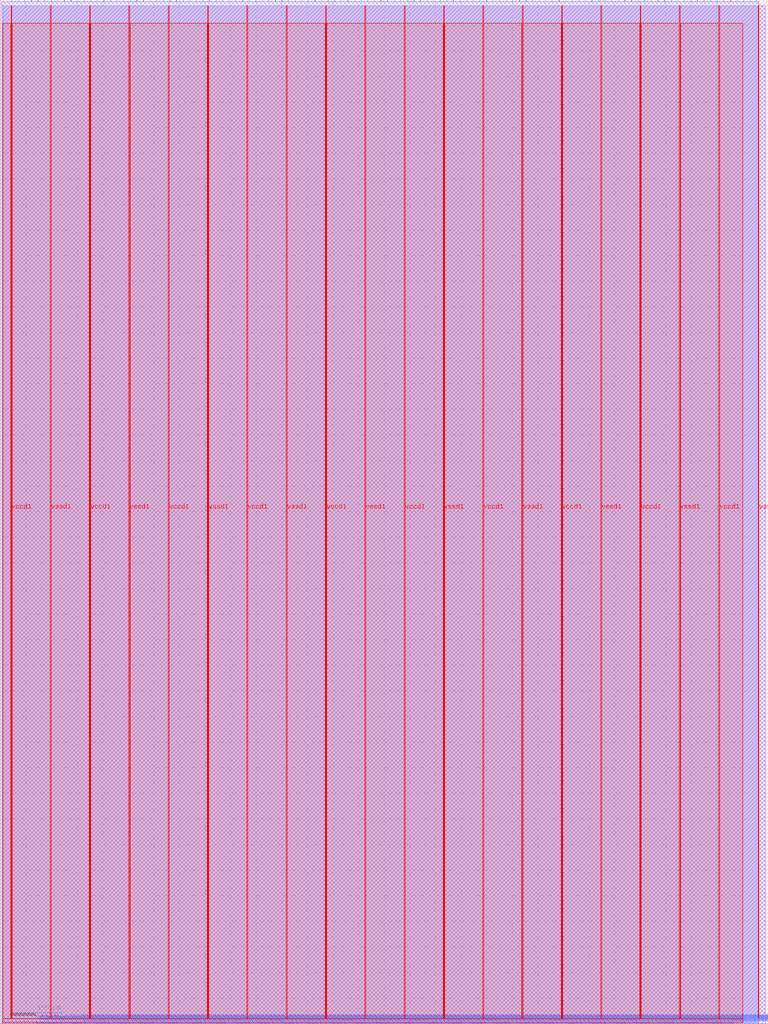
<source format=lef>
VERSION 5.7 ;
  NOWIREEXTENSIONATPIN ON ;
  DIVIDERCHAR "/" ;
  BUSBITCHARS "[]" ;
MACRO trainable_nn
  CLASS BLOCK ;
  FOREIGN trainable_nn ;
  ORIGIN 0.000 0.000 ;
  SIZE 1500.000 BY 2000.000 ;
  PIN io_in[0]
    DIRECTION INPUT ;
    USE SIGNAL ;
    PORT
      LAYER met2 ;
        RECT 22.170 1996.000 22.450 2000.000 ;
    END
  END io_in[0]
  PIN io_in[10]
    DIRECTION INPUT ;
    USE SIGNAL ;
    PORT
      LAYER met2 ;
        RECT 408.570 1996.000 408.850 2000.000 ;
    END
  END io_in[10]
  PIN io_in[11]
    DIRECTION INPUT ;
    USE SIGNAL ;
    PORT
      LAYER met2 ;
        RECT 447.210 1996.000 447.490 2000.000 ;
    END
  END io_in[11]
  PIN io_in[12]
    DIRECTION INPUT ;
    USE SIGNAL ;
    PORT
      LAYER met2 ;
        RECT 485.850 1996.000 486.130 2000.000 ;
    END
  END io_in[12]
  PIN io_in[13]
    DIRECTION INPUT ;
    USE SIGNAL ;
    PORT
      LAYER met2 ;
        RECT 524.490 1996.000 524.770 2000.000 ;
    END
  END io_in[13]
  PIN io_in[14]
    DIRECTION INPUT ;
    USE SIGNAL ;
    PORT
      LAYER met2 ;
        RECT 563.130 1996.000 563.410 2000.000 ;
    END
  END io_in[14]
  PIN io_in[15]
    DIRECTION INPUT ;
    USE SIGNAL ;
    PORT
      LAYER met2 ;
        RECT 601.770 1996.000 602.050 2000.000 ;
    END
  END io_in[15]
  PIN io_in[16]
    DIRECTION INPUT ;
    USE SIGNAL ;
    PORT
      LAYER met2 ;
        RECT 640.410 1996.000 640.690 2000.000 ;
    END
  END io_in[16]
  PIN io_in[17]
    DIRECTION INPUT ;
    USE SIGNAL ;
    PORT
      LAYER met2 ;
        RECT 679.050 1996.000 679.330 2000.000 ;
    END
  END io_in[17]
  PIN io_in[18]
    DIRECTION INPUT ;
    USE SIGNAL ;
    PORT
      LAYER met2 ;
        RECT 717.690 1996.000 717.970 2000.000 ;
    END
  END io_in[18]
  PIN io_in[19]
    DIRECTION INPUT ;
    USE SIGNAL ;
    PORT
      LAYER met2 ;
        RECT 756.330 1996.000 756.610 2000.000 ;
    END
  END io_in[19]
  PIN io_in[1]
    DIRECTION INPUT ;
    USE SIGNAL ;
    PORT
      LAYER met2 ;
        RECT 60.810 1996.000 61.090 2000.000 ;
    END
  END io_in[1]
  PIN io_in[20]
    DIRECTION INPUT ;
    USE SIGNAL ;
    PORT
      LAYER met2 ;
        RECT 794.970 1996.000 795.250 2000.000 ;
    END
  END io_in[20]
  PIN io_in[21]
    DIRECTION INPUT ;
    USE SIGNAL ;
    PORT
      LAYER met2 ;
        RECT 833.610 1996.000 833.890 2000.000 ;
    END
  END io_in[21]
  PIN io_in[22]
    DIRECTION INPUT ;
    USE SIGNAL ;
    PORT
      LAYER met2 ;
        RECT 872.250 1996.000 872.530 2000.000 ;
    END
  END io_in[22]
  PIN io_in[23]
    DIRECTION INPUT ;
    USE SIGNAL ;
    PORT
      LAYER met2 ;
        RECT 910.890 1996.000 911.170 2000.000 ;
    END
  END io_in[23]
  PIN io_in[24]
    DIRECTION INPUT ;
    USE SIGNAL ;
    PORT
      LAYER met2 ;
        RECT 949.530 1996.000 949.810 2000.000 ;
    END
  END io_in[24]
  PIN io_in[25]
    DIRECTION INPUT ;
    USE SIGNAL ;
    PORT
      LAYER met2 ;
        RECT 988.170 1996.000 988.450 2000.000 ;
    END
  END io_in[25]
  PIN io_in[26]
    DIRECTION INPUT ;
    USE SIGNAL ;
    PORT
      LAYER met2 ;
        RECT 1026.810 1996.000 1027.090 2000.000 ;
    END
  END io_in[26]
  PIN io_in[27]
    DIRECTION INPUT ;
    USE SIGNAL ;
    PORT
      LAYER met2 ;
        RECT 1065.450 1996.000 1065.730 2000.000 ;
    END
  END io_in[27]
  PIN io_in[28]
    DIRECTION INPUT ;
    USE SIGNAL ;
    PORT
      LAYER met2 ;
        RECT 1104.090 1996.000 1104.370 2000.000 ;
    END
  END io_in[28]
  PIN io_in[29]
    DIRECTION INPUT ;
    USE SIGNAL ;
    PORT
      LAYER met2 ;
        RECT 1142.730 1996.000 1143.010 2000.000 ;
    END
  END io_in[29]
  PIN io_in[2]
    DIRECTION INPUT ;
    USE SIGNAL ;
    PORT
      LAYER met2 ;
        RECT 99.450 1996.000 99.730 2000.000 ;
    END
  END io_in[2]
  PIN io_in[30]
    DIRECTION INPUT ;
    USE SIGNAL ;
    PORT
      LAYER met2 ;
        RECT 1181.370 1996.000 1181.650 2000.000 ;
    END
  END io_in[30]
  PIN io_in[31]
    DIRECTION INPUT ;
    USE SIGNAL ;
    PORT
      LAYER met2 ;
        RECT 1220.010 1996.000 1220.290 2000.000 ;
    END
  END io_in[31]
  PIN io_in[32]
    DIRECTION INPUT ;
    USE SIGNAL ;
    PORT
      LAYER met2 ;
        RECT 1258.650 1996.000 1258.930 2000.000 ;
    END
  END io_in[32]
  PIN io_in[33]
    DIRECTION INPUT ;
    USE SIGNAL ;
    PORT
      LAYER met2 ;
        RECT 1297.290 1996.000 1297.570 2000.000 ;
    END
  END io_in[33]
  PIN io_in[34]
    DIRECTION INPUT ;
    USE SIGNAL ;
    PORT
      LAYER met2 ;
        RECT 1335.930 1996.000 1336.210 2000.000 ;
    END
  END io_in[34]
  PIN io_in[35]
    DIRECTION INPUT ;
    USE SIGNAL ;
    PORT
      LAYER met2 ;
        RECT 1374.570 1996.000 1374.850 2000.000 ;
    END
  END io_in[35]
  PIN io_in[36]
    DIRECTION INPUT ;
    USE SIGNAL ;
    PORT
      LAYER met2 ;
        RECT 1413.210 1996.000 1413.490 2000.000 ;
    END
  END io_in[36]
  PIN io_in[37]
    DIRECTION INPUT ;
    USE SIGNAL ;
    PORT
      LAYER met2 ;
        RECT 1451.850 1996.000 1452.130 2000.000 ;
    END
  END io_in[37]
  PIN io_in[3]
    DIRECTION INPUT ;
    USE SIGNAL ;
    PORT
      LAYER met2 ;
        RECT 138.090 1996.000 138.370 2000.000 ;
    END
  END io_in[3]
  PIN io_in[4]
    DIRECTION INPUT ;
    USE SIGNAL ;
    PORT
      LAYER met2 ;
        RECT 176.730 1996.000 177.010 2000.000 ;
    END
  END io_in[4]
  PIN io_in[5]
    DIRECTION INPUT ;
    USE SIGNAL ;
    PORT
      LAYER met2 ;
        RECT 215.370 1996.000 215.650 2000.000 ;
    END
  END io_in[5]
  PIN io_in[6]
    DIRECTION INPUT ;
    USE SIGNAL ;
    PORT
      LAYER met2 ;
        RECT 254.010 1996.000 254.290 2000.000 ;
    END
  END io_in[6]
  PIN io_in[7]
    DIRECTION INPUT ;
    USE SIGNAL ;
    PORT
      LAYER met2 ;
        RECT 292.650 1996.000 292.930 2000.000 ;
    END
  END io_in[7]
  PIN io_in[8]
    DIRECTION INPUT ;
    USE SIGNAL ;
    PORT
      LAYER met2 ;
        RECT 331.290 1996.000 331.570 2000.000 ;
    END
  END io_in[8]
  PIN io_in[9]
    DIRECTION INPUT ;
    USE SIGNAL ;
    PORT
      LAYER met2 ;
        RECT 369.930 1996.000 370.210 2000.000 ;
    END
  END io_in[9]
  PIN io_oeb[0]
    DIRECTION OUTPUT TRISTATE ;
    USE SIGNAL ;
    PORT
      LAYER met2 ;
        RECT 35.050 1996.000 35.330 2000.000 ;
    END
  END io_oeb[0]
  PIN io_oeb[10]
    DIRECTION OUTPUT TRISTATE ;
    USE SIGNAL ;
    PORT
      LAYER met2 ;
        RECT 421.450 1996.000 421.730 2000.000 ;
    END
  END io_oeb[10]
  PIN io_oeb[11]
    DIRECTION OUTPUT TRISTATE ;
    USE SIGNAL ;
    PORT
      LAYER met2 ;
        RECT 460.090 1996.000 460.370 2000.000 ;
    END
  END io_oeb[11]
  PIN io_oeb[12]
    DIRECTION OUTPUT TRISTATE ;
    USE SIGNAL ;
    PORT
      LAYER met2 ;
        RECT 498.730 1996.000 499.010 2000.000 ;
    END
  END io_oeb[12]
  PIN io_oeb[13]
    DIRECTION OUTPUT TRISTATE ;
    USE SIGNAL ;
    PORT
      LAYER met2 ;
        RECT 537.370 1996.000 537.650 2000.000 ;
    END
  END io_oeb[13]
  PIN io_oeb[14]
    DIRECTION OUTPUT TRISTATE ;
    USE SIGNAL ;
    PORT
      LAYER met2 ;
        RECT 576.010 1996.000 576.290 2000.000 ;
    END
  END io_oeb[14]
  PIN io_oeb[15]
    DIRECTION OUTPUT TRISTATE ;
    USE SIGNAL ;
    PORT
      LAYER met2 ;
        RECT 614.650 1996.000 614.930 2000.000 ;
    END
  END io_oeb[15]
  PIN io_oeb[16]
    DIRECTION OUTPUT TRISTATE ;
    USE SIGNAL ;
    PORT
      LAYER met2 ;
        RECT 653.290 1996.000 653.570 2000.000 ;
    END
  END io_oeb[16]
  PIN io_oeb[17]
    DIRECTION OUTPUT TRISTATE ;
    USE SIGNAL ;
    PORT
      LAYER met2 ;
        RECT 691.930 1996.000 692.210 2000.000 ;
    END
  END io_oeb[17]
  PIN io_oeb[18]
    DIRECTION OUTPUT TRISTATE ;
    USE SIGNAL ;
    PORT
      LAYER met2 ;
        RECT 730.570 1996.000 730.850 2000.000 ;
    END
  END io_oeb[18]
  PIN io_oeb[19]
    DIRECTION OUTPUT TRISTATE ;
    USE SIGNAL ;
    PORT
      LAYER met2 ;
        RECT 769.210 1996.000 769.490 2000.000 ;
    END
  END io_oeb[19]
  PIN io_oeb[1]
    DIRECTION OUTPUT TRISTATE ;
    USE SIGNAL ;
    PORT
      LAYER met2 ;
        RECT 73.690 1996.000 73.970 2000.000 ;
    END
  END io_oeb[1]
  PIN io_oeb[20]
    DIRECTION OUTPUT TRISTATE ;
    USE SIGNAL ;
    PORT
      LAYER met2 ;
        RECT 807.850 1996.000 808.130 2000.000 ;
    END
  END io_oeb[20]
  PIN io_oeb[21]
    DIRECTION OUTPUT TRISTATE ;
    USE SIGNAL ;
    PORT
      LAYER met2 ;
        RECT 846.490 1996.000 846.770 2000.000 ;
    END
  END io_oeb[21]
  PIN io_oeb[22]
    DIRECTION OUTPUT TRISTATE ;
    USE SIGNAL ;
    PORT
      LAYER met2 ;
        RECT 885.130 1996.000 885.410 2000.000 ;
    END
  END io_oeb[22]
  PIN io_oeb[23]
    DIRECTION OUTPUT TRISTATE ;
    USE SIGNAL ;
    PORT
      LAYER met2 ;
        RECT 923.770 1996.000 924.050 2000.000 ;
    END
  END io_oeb[23]
  PIN io_oeb[24]
    DIRECTION OUTPUT TRISTATE ;
    USE SIGNAL ;
    PORT
      LAYER met2 ;
        RECT 962.410 1996.000 962.690 2000.000 ;
    END
  END io_oeb[24]
  PIN io_oeb[25]
    DIRECTION OUTPUT TRISTATE ;
    USE SIGNAL ;
    PORT
      LAYER met2 ;
        RECT 1001.050 1996.000 1001.330 2000.000 ;
    END
  END io_oeb[25]
  PIN io_oeb[26]
    DIRECTION OUTPUT TRISTATE ;
    USE SIGNAL ;
    PORT
      LAYER met2 ;
        RECT 1039.690 1996.000 1039.970 2000.000 ;
    END
  END io_oeb[26]
  PIN io_oeb[27]
    DIRECTION OUTPUT TRISTATE ;
    USE SIGNAL ;
    PORT
      LAYER met2 ;
        RECT 1078.330 1996.000 1078.610 2000.000 ;
    END
  END io_oeb[27]
  PIN io_oeb[28]
    DIRECTION OUTPUT TRISTATE ;
    USE SIGNAL ;
    PORT
      LAYER met2 ;
        RECT 1116.970 1996.000 1117.250 2000.000 ;
    END
  END io_oeb[28]
  PIN io_oeb[29]
    DIRECTION OUTPUT TRISTATE ;
    USE SIGNAL ;
    PORT
      LAYER met2 ;
        RECT 1155.610 1996.000 1155.890 2000.000 ;
    END
  END io_oeb[29]
  PIN io_oeb[2]
    DIRECTION OUTPUT TRISTATE ;
    USE SIGNAL ;
    PORT
      LAYER met2 ;
        RECT 112.330 1996.000 112.610 2000.000 ;
    END
  END io_oeb[2]
  PIN io_oeb[30]
    DIRECTION OUTPUT TRISTATE ;
    USE SIGNAL ;
    PORT
      LAYER met2 ;
        RECT 1194.250 1996.000 1194.530 2000.000 ;
    END
  END io_oeb[30]
  PIN io_oeb[31]
    DIRECTION OUTPUT TRISTATE ;
    USE SIGNAL ;
    PORT
      LAYER met2 ;
        RECT 1232.890 1996.000 1233.170 2000.000 ;
    END
  END io_oeb[31]
  PIN io_oeb[32]
    DIRECTION OUTPUT TRISTATE ;
    USE SIGNAL ;
    PORT
      LAYER met2 ;
        RECT 1271.530 1996.000 1271.810 2000.000 ;
    END
  END io_oeb[32]
  PIN io_oeb[33]
    DIRECTION OUTPUT TRISTATE ;
    USE SIGNAL ;
    PORT
      LAYER met2 ;
        RECT 1310.170 1996.000 1310.450 2000.000 ;
    END
  END io_oeb[33]
  PIN io_oeb[34]
    DIRECTION OUTPUT TRISTATE ;
    USE SIGNAL ;
    PORT
      LAYER met2 ;
        RECT 1348.810 1996.000 1349.090 2000.000 ;
    END
  END io_oeb[34]
  PIN io_oeb[35]
    DIRECTION OUTPUT TRISTATE ;
    USE SIGNAL ;
    PORT
      LAYER met2 ;
        RECT 1387.450 1996.000 1387.730 2000.000 ;
    END
  END io_oeb[35]
  PIN io_oeb[36]
    DIRECTION OUTPUT TRISTATE ;
    USE SIGNAL ;
    PORT
      LAYER met2 ;
        RECT 1426.090 1996.000 1426.370 2000.000 ;
    END
  END io_oeb[36]
  PIN io_oeb[37]
    DIRECTION OUTPUT TRISTATE ;
    USE SIGNAL ;
    PORT
      LAYER met2 ;
        RECT 1464.730 1996.000 1465.010 2000.000 ;
    END
  END io_oeb[37]
  PIN io_oeb[3]
    DIRECTION OUTPUT TRISTATE ;
    USE SIGNAL ;
    PORT
      LAYER met2 ;
        RECT 150.970 1996.000 151.250 2000.000 ;
    END
  END io_oeb[3]
  PIN io_oeb[4]
    DIRECTION OUTPUT TRISTATE ;
    USE SIGNAL ;
    PORT
      LAYER met2 ;
        RECT 189.610 1996.000 189.890 2000.000 ;
    END
  END io_oeb[4]
  PIN io_oeb[5]
    DIRECTION OUTPUT TRISTATE ;
    USE SIGNAL ;
    PORT
      LAYER met2 ;
        RECT 228.250 1996.000 228.530 2000.000 ;
    END
  END io_oeb[5]
  PIN io_oeb[6]
    DIRECTION OUTPUT TRISTATE ;
    USE SIGNAL ;
    PORT
      LAYER met2 ;
        RECT 266.890 1996.000 267.170 2000.000 ;
    END
  END io_oeb[6]
  PIN io_oeb[7]
    DIRECTION OUTPUT TRISTATE ;
    USE SIGNAL ;
    PORT
      LAYER met2 ;
        RECT 305.530 1996.000 305.810 2000.000 ;
    END
  END io_oeb[7]
  PIN io_oeb[8]
    DIRECTION OUTPUT TRISTATE ;
    USE SIGNAL ;
    PORT
      LAYER met2 ;
        RECT 344.170 1996.000 344.450 2000.000 ;
    END
  END io_oeb[8]
  PIN io_oeb[9]
    DIRECTION OUTPUT TRISTATE ;
    USE SIGNAL ;
    PORT
      LAYER met2 ;
        RECT 382.810 1996.000 383.090 2000.000 ;
    END
  END io_oeb[9]
  PIN io_out[0]
    DIRECTION OUTPUT TRISTATE ;
    USE SIGNAL ;
    PORT
      LAYER met2 ;
        RECT 47.930 1996.000 48.210 2000.000 ;
    END
  END io_out[0]
  PIN io_out[10]
    DIRECTION OUTPUT TRISTATE ;
    USE SIGNAL ;
    PORT
      LAYER met2 ;
        RECT 434.330 1996.000 434.610 2000.000 ;
    END
  END io_out[10]
  PIN io_out[11]
    DIRECTION OUTPUT TRISTATE ;
    USE SIGNAL ;
    PORT
      LAYER met2 ;
        RECT 472.970 1996.000 473.250 2000.000 ;
    END
  END io_out[11]
  PIN io_out[12]
    DIRECTION OUTPUT TRISTATE ;
    USE SIGNAL ;
    PORT
      LAYER met2 ;
        RECT 511.610 1996.000 511.890 2000.000 ;
    END
  END io_out[12]
  PIN io_out[13]
    DIRECTION OUTPUT TRISTATE ;
    USE SIGNAL ;
    PORT
      LAYER met2 ;
        RECT 550.250 1996.000 550.530 2000.000 ;
    END
  END io_out[13]
  PIN io_out[14]
    DIRECTION OUTPUT TRISTATE ;
    USE SIGNAL ;
    PORT
      LAYER met2 ;
        RECT 588.890 1996.000 589.170 2000.000 ;
    END
  END io_out[14]
  PIN io_out[15]
    DIRECTION OUTPUT TRISTATE ;
    USE SIGNAL ;
    PORT
      LAYER met2 ;
        RECT 627.530 1996.000 627.810 2000.000 ;
    END
  END io_out[15]
  PIN io_out[16]
    DIRECTION OUTPUT TRISTATE ;
    USE SIGNAL ;
    PORT
      LAYER met2 ;
        RECT 666.170 1996.000 666.450 2000.000 ;
    END
  END io_out[16]
  PIN io_out[17]
    DIRECTION OUTPUT TRISTATE ;
    USE SIGNAL ;
    PORT
      LAYER met2 ;
        RECT 704.810 1996.000 705.090 2000.000 ;
    END
  END io_out[17]
  PIN io_out[18]
    DIRECTION OUTPUT TRISTATE ;
    USE SIGNAL ;
    PORT
      LAYER met2 ;
        RECT 743.450 1996.000 743.730 2000.000 ;
    END
  END io_out[18]
  PIN io_out[19]
    DIRECTION OUTPUT TRISTATE ;
    USE SIGNAL ;
    PORT
      LAYER met2 ;
        RECT 782.090 1996.000 782.370 2000.000 ;
    END
  END io_out[19]
  PIN io_out[1]
    DIRECTION OUTPUT TRISTATE ;
    USE SIGNAL ;
    PORT
      LAYER met2 ;
        RECT 86.570 1996.000 86.850 2000.000 ;
    END
  END io_out[1]
  PIN io_out[20]
    DIRECTION OUTPUT TRISTATE ;
    USE SIGNAL ;
    PORT
      LAYER met2 ;
        RECT 820.730 1996.000 821.010 2000.000 ;
    END
  END io_out[20]
  PIN io_out[21]
    DIRECTION OUTPUT TRISTATE ;
    USE SIGNAL ;
    PORT
      LAYER met2 ;
        RECT 859.370 1996.000 859.650 2000.000 ;
    END
  END io_out[21]
  PIN io_out[22]
    DIRECTION OUTPUT TRISTATE ;
    USE SIGNAL ;
    PORT
      LAYER met2 ;
        RECT 898.010 1996.000 898.290 2000.000 ;
    END
  END io_out[22]
  PIN io_out[23]
    DIRECTION OUTPUT TRISTATE ;
    USE SIGNAL ;
    PORT
      LAYER met2 ;
        RECT 936.650 1996.000 936.930 2000.000 ;
    END
  END io_out[23]
  PIN io_out[24]
    DIRECTION OUTPUT TRISTATE ;
    USE SIGNAL ;
    PORT
      LAYER met2 ;
        RECT 975.290 1996.000 975.570 2000.000 ;
    END
  END io_out[24]
  PIN io_out[25]
    DIRECTION OUTPUT TRISTATE ;
    USE SIGNAL ;
    PORT
      LAYER met2 ;
        RECT 1013.930 1996.000 1014.210 2000.000 ;
    END
  END io_out[25]
  PIN io_out[26]
    DIRECTION OUTPUT TRISTATE ;
    USE SIGNAL ;
    PORT
      LAYER met2 ;
        RECT 1052.570 1996.000 1052.850 2000.000 ;
    END
  END io_out[26]
  PIN io_out[27]
    DIRECTION OUTPUT TRISTATE ;
    USE SIGNAL ;
    PORT
      LAYER met2 ;
        RECT 1091.210 1996.000 1091.490 2000.000 ;
    END
  END io_out[27]
  PIN io_out[28]
    DIRECTION OUTPUT TRISTATE ;
    USE SIGNAL ;
    PORT
      LAYER met2 ;
        RECT 1129.850 1996.000 1130.130 2000.000 ;
    END
  END io_out[28]
  PIN io_out[29]
    DIRECTION OUTPUT TRISTATE ;
    USE SIGNAL ;
    PORT
      LAYER met2 ;
        RECT 1168.490 1996.000 1168.770 2000.000 ;
    END
  END io_out[29]
  PIN io_out[2]
    DIRECTION OUTPUT TRISTATE ;
    USE SIGNAL ;
    PORT
      LAYER met2 ;
        RECT 125.210 1996.000 125.490 2000.000 ;
    END
  END io_out[2]
  PIN io_out[30]
    DIRECTION OUTPUT TRISTATE ;
    USE SIGNAL ;
    PORT
      LAYER met2 ;
        RECT 1207.130 1996.000 1207.410 2000.000 ;
    END
  END io_out[30]
  PIN io_out[31]
    DIRECTION OUTPUT TRISTATE ;
    USE SIGNAL ;
    PORT
      LAYER met2 ;
        RECT 1245.770 1996.000 1246.050 2000.000 ;
    END
  END io_out[31]
  PIN io_out[32]
    DIRECTION OUTPUT TRISTATE ;
    USE SIGNAL ;
    PORT
      LAYER met2 ;
        RECT 1284.410 1996.000 1284.690 2000.000 ;
    END
  END io_out[32]
  PIN io_out[33]
    DIRECTION OUTPUT TRISTATE ;
    USE SIGNAL ;
    PORT
      LAYER met2 ;
        RECT 1323.050 1996.000 1323.330 2000.000 ;
    END
  END io_out[33]
  PIN io_out[34]
    DIRECTION OUTPUT TRISTATE ;
    USE SIGNAL ;
    PORT
      LAYER met2 ;
        RECT 1361.690 1996.000 1361.970 2000.000 ;
    END
  END io_out[34]
  PIN io_out[35]
    DIRECTION OUTPUT TRISTATE ;
    USE SIGNAL ;
    PORT
      LAYER met2 ;
        RECT 1400.330 1996.000 1400.610 2000.000 ;
    END
  END io_out[35]
  PIN io_out[36]
    DIRECTION OUTPUT TRISTATE ;
    USE SIGNAL ;
    PORT
      LAYER met2 ;
        RECT 1438.970 1996.000 1439.250 2000.000 ;
    END
  END io_out[36]
  PIN io_out[37]
    DIRECTION OUTPUT TRISTATE ;
    USE SIGNAL ;
    PORT
      LAYER met2 ;
        RECT 1477.610 1996.000 1477.890 2000.000 ;
    END
  END io_out[37]
  PIN io_out[3]
    DIRECTION OUTPUT TRISTATE ;
    USE SIGNAL ;
    PORT
      LAYER met2 ;
        RECT 163.850 1996.000 164.130 2000.000 ;
    END
  END io_out[3]
  PIN io_out[4]
    DIRECTION OUTPUT TRISTATE ;
    USE SIGNAL ;
    PORT
      LAYER met2 ;
        RECT 202.490 1996.000 202.770 2000.000 ;
    END
  END io_out[4]
  PIN io_out[5]
    DIRECTION OUTPUT TRISTATE ;
    USE SIGNAL ;
    PORT
      LAYER met2 ;
        RECT 241.130 1996.000 241.410 2000.000 ;
    END
  END io_out[5]
  PIN io_out[6]
    DIRECTION OUTPUT TRISTATE ;
    USE SIGNAL ;
    PORT
      LAYER met2 ;
        RECT 279.770 1996.000 280.050 2000.000 ;
    END
  END io_out[6]
  PIN io_out[7]
    DIRECTION OUTPUT TRISTATE ;
    USE SIGNAL ;
    PORT
      LAYER met2 ;
        RECT 318.410 1996.000 318.690 2000.000 ;
    END
  END io_out[7]
  PIN io_out[8]
    DIRECTION OUTPUT TRISTATE ;
    USE SIGNAL ;
    PORT
      LAYER met2 ;
        RECT 357.050 1996.000 357.330 2000.000 ;
    END
  END io_out[8]
  PIN io_out[9]
    DIRECTION OUTPUT TRISTATE ;
    USE SIGNAL ;
    PORT
      LAYER met2 ;
        RECT 395.690 1996.000 395.970 2000.000 ;
    END
  END io_out[9]
  PIN irq[0]
    DIRECTION OUTPUT TRISTATE ;
    USE SIGNAL ;
    PORT
      LAYER met2 ;
        RECT 1423.330 0.000 1423.610 4.000 ;
    END
  END irq[0]
  PIN irq[1]
    DIRECTION OUTPUT TRISTATE ;
    USE SIGNAL ;
    PORT
      LAYER met2 ;
        RECT 1426.090 0.000 1426.370 4.000 ;
    END
  END irq[1]
  PIN irq[2]
    DIRECTION OUTPUT TRISTATE ;
    USE SIGNAL ;
    PORT
      LAYER met2 ;
        RECT 1428.850 0.000 1429.130 4.000 ;
    END
  END irq[2]
  PIN la_data_in[0]
    DIRECTION INPUT ;
    USE SIGNAL ;
    PORT
      LAYER met2 ;
        RECT 363.490 0.000 363.770 4.000 ;
    END
  END la_data_in[0]
  PIN la_data_in[100]
    DIRECTION INPUT ;
    USE SIGNAL ;
    PORT
      LAYER met2 ;
        RECT 1191.490 0.000 1191.770 4.000 ;
    END
  END la_data_in[100]
  PIN la_data_in[101]
    DIRECTION INPUT ;
    USE SIGNAL ;
    PORT
      LAYER met2 ;
        RECT 1199.770 0.000 1200.050 4.000 ;
    END
  END la_data_in[101]
  PIN la_data_in[102]
    DIRECTION INPUT ;
    USE SIGNAL ;
    PORT
      LAYER met2 ;
        RECT 1208.050 0.000 1208.330 4.000 ;
    END
  END la_data_in[102]
  PIN la_data_in[103]
    DIRECTION INPUT ;
    USE SIGNAL ;
    PORT
      LAYER met2 ;
        RECT 1216.330 0.000 1216.610 4.000 ;
    END
  END la_data_in[103]
  PIN la_data_in[104]
    DIRECTION INPUT ;
    USE SIGNAL ;
    PORT
      LAYER met2 ;
        RECT 1224.610 0.000 1224.890 4.000 ;
    END
  END la_data_in[104]
  PIN la_data_in[105]
    DIRECTION INPUT ;
    USE SIGNAL ;
    PORT
      LAYER met2 ;
        RECT 1232.890 0.000 1233.170 4.000 ;
    END
  END la_data_in[105]
  PIN la_data_in[106]
    DIRECTION INPUT ;
    USE SIGNAL ;
    PORT
      LAYER met2 ;
        RECT 1241.170 0.000 1241.450 4.000 ;
    END
  END la_data_in[106]
  PIN la_data_in[107]
    DIRECTION INPUT ;
    USE SIGNAL ;
    PORT
      LAYER met2 ;
        RECT 1249.450 0.000 1249.730 4.000 ;
    END
  END la_data_in[107]
  PIN la_data_in[108]
    DIRECTION INPUT ;
    USE SIGNAL ;
    PORT
      LAYER met2 ;
        RECT 1257.730 0.000 1258.010 4.000 ;
    END
  END la_data_in[108]
  PIN la_data_in[109]
    DIRECTION INPUT ;
    USE SIGNAL ;
    PORT
      LAYER met2 ;
        RECT 1266.010 0.000 1266.290 4.000 ;
    END
  END la_data_in[109]
  PIN la_data_in[10]
    DIRECTION INPUT ;
    USE SIGNAL ;
    PORT
      LAYER met2 ;
        RECT 446.290 0.000 446.570 4.000 ;
    END
  END la_data_in[10]
  PIN la_data_in[110]
    DIRECTION INPUT ;
    USE SIGNAL ;
    PORT
      LAYER met2 ;
        RECT 1274.290 0.000 1274.570 4.000 ;
    END
  END la_data_in[110]
  PIN la_data_in[111]
    DIRECTION INPUT ;
    USE SIGNAL ;
    PORT
      LAYER met2 ;
        RECT 1282.570 0.000 1282.850 4.000 ;
    END
  END la_data_in[111]
  PIN la_data_in[112]
    DIRECTION INPUT ;
    USE SIGNAL ;
    PORT
      LAYER met2 ;
        RECT 1290.850 0.000 1291.130 4.000 ;
    END
  END la_data_in[112]
  PIN la_data_in[113]
    DIRECTION INPUT ;
    USE SIGNAL ;
    PORT
      LAYER met2 ;
        RECT 1299.130 0.000 1299.410 4.000 ;
    END
  END la_data_in[113]
  PIN la_data_in[114]
    DIRECTION INPUT ;
    USE SIGNAL ;
    PORT
      LAYER met2 ;
        RECT 1307.410 0.000 1307.690 4.000 ;
    END
  END la_data_in[114]
  PIN la_data_in[115]
    DIRECTION INPUT ;
    USE SIGNAL ;
    PORT
      LAYER met2 ;
        RECT 1315.690 0.000 1315.970 4.000 ;
    END
  END la_data_in[115]
  PIN la_data_in[116]
    DIRECTION INPUT ;
    USE SIGNAL ;
    PORT
      LAYER met2 ;
        RECT 1323.970 0.000 1324.250 4.000 ;
    END
  END la_data_in[116]
  PIN la_data_in[117]
    DIRECTION INPUT ;
    USE SIGNAL ;
    PORT
      LAYER met2 ;
        RECT 1332.250 0.000 1332.530 4.000 ;
    END
  END la_data_in[117]
  PIN la_data_in[118]
    DIRECTION INPUT ;
    USE SIGNAL ;
    PORT
      LAYER met2 ;
        RECT 1340.530 0.000 1340.810 4.000 ;
    END
  END la_data_in[118]
  PIN la_data_in[119]
    DIRECTION INPUT ;
    USE SIGNAL ;
    PORT
      LAYER met2 ;
        RECT 1348.810 0.000 1349.090 4.000 ;
    END
  END la_data_in[119]
  PIN la_data_in[11]
    DIRECTION INPUT ;
    USE SIGNAL ;
    PORT
      LAYER met2 ;
        RECT 454.570 0.000 454.850 4.000 ;
    END
  END la_data_in[11]
  PIN la_data_in[120]
    DIRECTION INPUT ;
    USE SIGNAL ;
    PORT
      LAYER met2 ;
        RECT 1357.090 0.000 1357.370 4.000 ;
    END
  END la_data_in[120]
  PIN la_data_in[121]
    DIRECTION INPUT ;
    USE SIGNAL ;
    PORT
      LAYER met2 ;
        RECT 1365.370 0.000 1365.650 4.000 ;
    END
  END la_data_in[121]
  PIN la_data_in[122]
    DIRECTION INPUT ;
    USE SIGNAL ;
    PORT
      LAYER met2 ;
        RECT 1373.650 0.000 1373.930 4.000 ;
    END
  END la_data_in[122]
  PIN la_data_in[123]
    DIRECTION INPUT ;
    USE SIGNAL ;
    PORT
      LAYER met2 ;
        RECT 1381.930 0.000 1382.210 4.000 ;
    END
  END la_data_in[123]
  PIN la_data_in[124]
    DIRECTION INPUT ;
    USE SIGNAL ;
    PORT
      LAYER met2 ;
        RECT 1390.210 0.000 1390.490 4.000 ;
    END
  END la_data_in[124]
  PIN la_data_in[125]
    DIRECTION INPUT ;
    USE SIGNAL ;
    PORT
      LAYER met2 ;
        RECT 1398.490 0.000 1398.770 4.000 ;
    END
  END la_data_in[125]
  PIN la_data_in[126]
    DIRECTION INPUT ;
    USE SIGNAL ;
    PORT
      LAYER met2 ;
        RECT 1406.770 0.000 1407.050 4.000 ;
    END
  END la_data_in[126]
  PIN la_data_in[127]
    DIRECTION INPUT ;
    USE SIGNAL ;
    PORT
      LAYER met2 ;
        RECT 1415.050 0.000 1415.330 4.000 ;
    END
  END la_data_in[127]
  PIN la_data_in[12]
    DIRECTION INPUT ;
    USE SIGNAL ;
    PORT
      LAYER met2 ;
        RECT 462.850 0.000 463.130 4.000 ;
    END
  END la_data_in[12]
  PIN la_data_in[13]
    DIRECTION INPUT ;
    USE SIGNAL ;
    PORT
      LAYER met2 ;
        RECT 471.130 0.000 471.410 4.000 ;
    END
  END la_data_in[13]
  PIN la_data_in[14]
    DIRECTION INPUT ;
    USE SIGNAL ;
    PORT
      LAYER met2 ;
        RECT 479.410 0.000 479.690 4.000 ;
    END
  END la_data_in[14]
  PIN la_data_in[15]
    DIRECTION INPUT ;
    USE SIGNAL ;
    PORT
      LAYER met2 ;
        RECT 487.690 0.000 487.970 4.000 ;
    END
  END la_data_in[15]
  PIN la_data_in[16]
    DIRECTION INPUT ;
    USE SIGNAL ;
    PORT
      LAYER met2 ;
        RECT 495.970 0.000 496.250 4.000 ;
    END
  END la_data_in[16]
  PIN la_data_in[17]
    DIRECTION INPUT ;
    USE SIGNAL ;
    PORT
      LAYER met2 ;
        RECT 504.250 0.000 504.530 4.000 ;
    END
  END la_data_in[17]
  PIN la_data_in[18]
    DIRECTION INPUT ;
    USE SIGNAL ;
    PORT
      LAYER met2 ;
        RECT 512.530 0.000 512.810 4.000 ;
    END
  END la_data_in[18]
  PIN la_data_in[19]
    DIRECTION INPUT ;
    USE SIGNAL ;
    PORT
      LAYER met2 ;
        RECT 520.810 0.000 521.090 4.000 ;
    END
  END la_data_in[19]
  PIN la_data_in[1]
    DIRECTION INPUT ;
    USE SIGNAL ;
    PORT
      LAYER met2 ;
        RECT 371.770 0.000 372.050 4.000 ;
    END
  END la_data_in[1]
  PIN la_data_in[20]
    DIRECTION INPUT ;
    USE SIGNAL ;
    PORT
      LAYER met2 ;
        RECT 529.090 0.000 529.370 4.000 ;
    END
  END la_data_in[20]
  PIN la_data_in[21]
    DIRECTION INPUT ;
    USE SIGNAL ;
    PORT
      LAYER met2 ;
        RECT 537.370 0.000 537.650 4.000 ;
    END
  END la_data_in[21]
  PIN la_data_in[22]
    DIRECTION INPUT ;
    USE SIGNAL ;
    PORT
      LAYER met2 ;
        RECT 545.650 0.000 545.930 4.000 ;
    END
  END la_data_in[22]
  PIN la_data_in[23]
    DIRECTION INPUT ;
    USE SIGNAL ;
    PORT
      LAYER met2 ;
        RECT 553.930 0.000 554.210 4.000 ;
    END
  END la_data_in[23]
  PIN la_data_in[24]
    DIRECTION INPUT ;
    USE SIGNAL ;
    PORT
      LAYER met2 ;
        RECT 562.210 0.000 562.490 4.000 ;
    END
  END la_data_in[24]
  PIN la_data_in[25]
    DIRECTION INPUT ;
    USE SIGNAL ;
    PORT
      LAYER met2 ;
        RECT 570.490 0.000 570.770 4.000 ;
    END
  END la_data_in[25]
  PIN la_data_in[26]
    DIRECTION INPUT ;
    USE SIGNAL ;
    PORT
      LAYER met2 ;
        RECT 578.770 0.000 579.050 4.000 ;
    END
  END la_data_in[26]
  PIN la_data_in[27]
    DIRECTION INPUT ;
    USE SIGNAL ;
    PORT
      LAYER met2 ;
        RECT 587.050 0.000 587.330 4.000 ;
    END
  END la_data_in[27]
  PIN la_data_in[28]
    DIRECTION INPUT ;
    USE SIGNAL ;
    PORT
      LAYER met2 ;
        RECT 595.330 0.000 595.610 4.000 ;
    END
  END la_data_in[28]
  PIN la_data_in[29]
    DIRECTION INPUT ;
    USE SIGNAL ;
    PORT
      LAYER met2 ;
        RECT 603.610 0.000 603.890 4.000 ;
    END
  END la_data_in[29]
  PIN la_data_in[2]
    DIRECTION INPUT ;
    USE SIGNAL ;
    PORT
      LAYER met2 ;
        RECT 380.050 0.000 380.330 4.000 ;
    END
  END la_data_in[2]
  PIN la_data_in[30]
    DIRECTION INPUT ;
    USE SIGNAL ;
    PORT
      LAYER met2 ;
        RECT 611.890 0.000 612.170 4.000 ;
    END
  END la_data_in[30]
  PIN la_data_in[31]
    DIRECTION INPUT ;
    USE SIGNAL ;
    PORT
      LAYER met2 ;
        RECT 620.170 0.000 620.450 4.000 ;
    END
  END la_data_in[31]
  PIN la_data_in[32]
    DIRECTION INPUT ;
    USE SIGNAL ;
    PORT
      LAYER met2 ;
        RECT 628.450 0.000 628.730 4.000 ;
    END
  END la_data_in[32]
  PIN la_data_in[33]
    DIRECTION INPUT ;
    USE SIGNAL ;
    PORT
      LAYER met2 ;
        RECT 636.730 0.000 637.010 4.000 ;
    END
  END la_data_in[33]
  PIN la_data_in[34]
    DIRECTION INPUT ;
    USE SIGNAL ;
    PORT
      LAYER met2 ;
        RECT 645.010 0.000 645.290 4.000 ;
    END
  END la_data_in[34]
  PIN la_data_in[35]
    DIRECTION INPUT ;
    USE SIGNAL ;
    PORT
      LAYER met2 ;
        RECT 653.290 0.000 653.570 4.000 ;
    END
  END la_data_in[35]
  PIN la_data_in[36]
    DIRECTION INPUT ;
    USE SIGNAL ;
    PORT
      LAYER met2 ;
        RECT 661.570 0.000 661.850 4.000 ;
    END
  END la_data_in[36]
  PIN la_data_in[37]
    DIRECTION INPUT ;
    USE SIGNAL ;
    PORT
      LAYER met2 ;
        RECT 669.850 0.000 670.130 4.000 ;
    END
  END la_data_in[37]
  PIN la_data_in[38]
    DIRECTION INPUT ;
    USE SIGNAL ;
    PORT
      LAYER met2 ;
        RECT 678.130 0.000 678.410 4.000 ;
    END
  END la_data_in[38]
  PIN la_data_in[39]
    DIRECTION INPUT ;
    USE SIGNAL ;
    PORT
      LAYER met2 ;
        RECT 686.410 0.000 686.690 4.000 ;
    END
  END la_data_in[39]
  PIN la_data_in[3]
    DIRECTION INPUT ;
    USE SIGNAL ;
    PORT
      LAYER met2 ;
        RECT 388.330 0.000 388.610 4.000 ;
    END
  END la_data_in[3]
  PIN la_data_in[40]
    DIRECTION INPUT ;
    USE SIGNAL ;
    PORT
      LAYER met2 ;
        RECT 694.690 0.000 694.970 4.000 ;
    END
  END la_data_in[40]
  PIN la_data_in[41]
    DIRECTION INPUT ;
    USE SIGNAL ;
    PORT
      LAYER met2 ;
        RECT 702.970 0.000 703.250 4.000 ;
    END
  END la_data_in[41]
  PIN la_data_in[42]
    DIRECTION INPUT ;
    USE SIGNAL ;
    PORT
      LAYER met2 ;
        RECT 711.250 0.000 711.530 4.000 ;
    END
  END la_data_in[42]
  PIN la_data_in[43]
    DIRECTION INPUT ;
    USE SIGNAL ;
    PORT
      LAYER met2 ;
        RECT 719.530 0.000 719.810 4.000 ;
    END
  END la_data_in[43]
  PIN la_data_in[44]
    DIRECTION INPUT ;
    USE SIGNAL ;
    PORT
      LAYER met2 ;
        RECT 727.810 0.000 728.090 4.000 ;
    END
  END la_data_in[44]
  PIN la_data_in[45]
    DIRECTION INPUT ;
    USE SIGNAL ;
    PORT
      LAYER met2 ;
        RECT 736.090 0.000 736.370 4.000 ;
    END
  END la_data_in[45]
  PIN la_data_in[46]
    DIRECTION INPUT ;
    USE SIGNAL ;
    PORT
      LAYER met2 ;
        RECT 744.370 0.000 744.650 4.000 ;
    END
  END la_data_in[46]
  PIN la_data_in[47]
    DIRECTION INPUT ;
    USE SIGNAL ;
    PORT
      LAYER met2 ;
        RECT 752.650 0.000 752.930 4.000 ;
    END
  END la_data_in[47]
  PIN la_data_in[48]
    DIRECTION INPUT ;
    USE SIGNAL ;
    PORT
      LAYER met2 ;
        RECT 760.930 0.000 761.210 4.000 ;
    END
  END la_data_in[48]
  PIN la_data_in[49]
    DIRECTION INPUT ;
    USE SIGNAL ;
    PORT
      LAYER met2 ;
        RECT 769.210 0.000 769.490 4.000 ;
    END
  END la_data_in[49]
  PIN la_data_in[4]
    DIRECTION INPUT ;
    USE SIGNAL ;
    PORT
      LAYER met2 ;
        RECT 396.610 0.000 396.890 4.000 ;
    END
  END la_data_in[4]
  PIN la_data_in[50]
    DIRECTION INPUT ;
    USE SIGNAL ;
    PORT
      LAYER met2 ;
        RECT 777.490 0.000 777.770 4.000 ;
    END
  END la_data_in[50]
  PIN la_data_in[51]
    DIRECTION INPUT ;
    USE SIGNAL ;
    PORT
      LAYER met2 ;
        RECT 785.770 0.000 786.050 4.000 ;
    END
  END la_data_in[51]
  PIN la_data_in[52]
    DIRECTION INPUT ;
    USE SIGNAL ;
    PORT
      LAYER met2 ;
        RECT 794.050 0.000 794.330 4.000 ;
    END
  END la_data_in[52]
  PIN la_data_in[53]
    DIRECTION INPUT ;
    USE SIGNAL ;
    PORT
      LAYER met2 ;
        RECT 802.330 0.000 802.610 4.000 ;
    END
  END la_data_in[53]
  PIN la_data_in[54]
    DIRECTION INPUT ;
    USE SIGNAL ;
    PORT
      LAYER met2 ;
        RECT 810.610 0.000 810.890 4.000 ;
    END
  END la_data_in[54]
  PIN la_data_in[55]
    DIRECTION INPUT ;
    USE SIGNAL ;
    PORT
      LAYER met2 ;
        RECT 818.890 0.000 819.170 4.000 ;
    END
  END la_data_in[55]
  PIN la_data_in[56]
    DIRECTION INPUT ;
    USE SIGNAL ;
    PORT
      LAYER met2 ;
        RECT 827.170 0.000 827.450 4.000 ;
    END
  END la_data_in[56]
  PIN la_data_in[57]
    DIRECTION INPUT ;
    USE SIGNAL ;
    PORT
      LAYER met2 ;
        RECT 835.450 0.000 835.730 4.000 ;
    END
  END la_data_in[57]
  PIN la_data_in[58]
    DIRECTION INPUT ;
    USE SIGNAL ;
    PORT
      LAYER met2 ;
        RECT 843.730 0.000 844.010 4.000 ;
    END
  END la_data_in[58]
  PIN la_data_in[59]
    DIRECTION INPUT ;
    USE SIGNAL ;
    PORT
      LAYER met2 ;
        RECT 852.010 0.000 852.290 4.000 ;
    END
  END la_data_in[59]
  PIN la_data_in[5]
    DIRECTION INPUT ;
    USE SIGNAL ;
    PORT
      LAYER met2 ;
        RECT 404.890 0.000 405.170 4.000 ;
    END
  END la_data_in[5]
  PIN la_data_in[60]
    DIRECTION INPUT ;
    USE SIGNAL ;
    PORT
      LAYER met2 ;
        RECT 860.290 0.000 860.570 4.000 ;
    END
  END la_data_in[60]
  PIN la_data_in[61]
    DIRECTION INPUT ;
    USE SIGNAL ;
    PORT
      LAYER met2 ;
        RECT 868.570 0.000 868.850 4.000 ;
    END
  END la_data_in[61]
  PIN la_data_in[62]
    DIRECTION INPUT ;
    USE SIGNAL ;
    PORT
      LAYER met2 ;
        RECT 876.850 0.000 877.130 4.000 ;
    END
  END la_data_in[62]
  PIN la_data_in[63]
    DIRECTION INPUT ;
    USE SIGNAL ;
    PORT
      LAYER met2 ;
        RECT 885.130 0.000 885.410 4.000 ;
    END
  END la_data_in[63]
  PIN la_data_in[64]
    DIRECTION INPUT ;
    USE SIGNAL ;
    PORT
      LAYER met2 ;
        RECT 893.410 0.000 893.690 4.000 ;
    END
  END la_data_in[64]
  PIN la_data_in[65]
    DIRECTION INPUT ;
    USE SIGNAL ;
    PORT
      LAYER met2 ;
        RECT 901.690 0.000 901.970 4.000 ;
    END
  END la_data_in[65]
  PIN la_data_in[66]
    DIRECTION INPUT ;
    USE SIGNAL ;
    PORT
      LAYER met2 ;
        RECT 909.970 0.000 910.250 4.000 ;
    END
  END la_data_in[66]
  PIN la_data_in[67]
    DIRECTION INPUT ;
    USE SIGNAL ;
    PORT
      LAYER met2 ;
        RECT 918.250 0.000 918.530 4.000 ;
    END
  END la_data_in[67]
  PIN la_data_in[68]
    DIRECTION INPUT ;
    USE SIGNAL ;
    PORT
      LAYER met2 ;
        RECT 926.530 0.000 926.810 4.000 ;
    END
  END la_data_in[68]
  PIN la_data_in[69]
    DIRECTION INPUT ;
    USE SIGNAL ;
    PORT
      LAYER met2 ;
        RECT 934.810 0.000 935.090 4.000 ;
    END
  END la_data_in[69]
  PIN la_data_in[6]
    DIRECTION INPUT ;
    USE SIGNAL ;
    PORT
      LAYER met2 ;
        RECT 413.170 0.000 413.450 4.000 ;
    END
  END la_data_in[6]
  PIN la_data_in[70]
    DIRECTION INPUT ;
    USE SIGNAL ;
    PORT
      LAYER met2 ;
        RECT 943.090 0.000 943.370 4.000 ;
    END
  END la_data_in[70]
  PIN la_data_in[71]
    DIRECTION INPUT ;
    USE SIGNAL ;
    PORT
      LAYER met2 ;
        RECT 951.370 0.000 951.650 4.000 ;
    END
  END la_data_in[71]
  PIN la_data_in[72]
    DIRECTION INPUT ;
    USE SIGNAL ;
    PORT
      LAYER met2 ;
        RECT 959.650 0.000 959.930 4.000 ;
    END
  END la_data_in[72]
  PIN la_data_in[73]
    DIRECTION INPUT ;
    USE SIGNAL ;
    PORT
      LAYER met2 ;
        RECT 967.930 0.000 968.210 4.000 ;
    END
  END la_data_in[73]
  PIN la_data_in[74]
    DIRECTION INPUT ;
    USE SIGNAL ;
    PORT
      LAYER met2 ;
        RECT 976.210 0.000 976.490 4.000 ;
    END
  END la_data_in[74]
  PIN la_data_in[75]
    DIRECTION INPUT ;
    USE SIGNAL ;
    PORT
      LAYER met2 ;
        RECT 984.490 0.000 984.770 4.000 ;
    END
  END la_data_in[75]
  PIN la_data_in[76]
    DIRECTION INPUT ;
    USE SIGNAL ;
    PORT
      LAYER met2 ;
        RECT 992.770 0.000 993.050 4.000 ;
    END
  END la_data_in[76]
  PIN la_data_in[77]
    DIRECTION INPUT ;
    USE SIGNAL ;
    PORT
      LAYER met2 ;
        RECT 1001.050 0.000 1001.330 4.000 ;
    END
  END la_data_in[77]
  PIN la_data_in[78]
    DIRECTION INPUT ;
    USE SIGNAL ;
    PORT
      LAYER met2 ;
        RECT 1009.330 0.000 1009.610 4.000 ;
    END
  END la_data_in[78]
  PIN la_data_in[79]
    DIRECTION INPUT ;
    USE SIGNAL ;
    PORT
      LAYER met2 ;
        RECT 1017.610 0.000 1017.890 4.000 ;
    END
  END la_data_in[79]
  PIN la_data_in[7]
    DIRECTION INPUT ;
    USE SIGNAL ;
    PORT
      LAYER met2 ;
        RECT 421.450 0.000 421.730 4.000 ;
    END
  END la_data_in[7]
  PIN la_data_in[80]
    DIRECTION INPUT ;
    USE SIGNAL ;
    PORT
      LAYER met2 ;
        RECT 1025.890 0.000 1026.170 4.000 ;
    END
  END la_data_in[80]
  PIN la_data_in[81]
    DIRECTION INPUT ;
    USE SIGNAL ;
    PORT
      LAYER met2 ;
        RECT 1034.170 0.000 1034.450 4.000 ;
    END
  END la_data_in[81]
  PIN la_data_in[82]
    DIRECTION INPUT ;
    USE SIGNAL ;
    PORT
      LAYER met2 ;
        RECT 1042.450 0.000 1042.730 4.000 ;
    END
  END la_data_in[82]
  PIN la_data_in[83]
    DIRECTION INPUT ;
    USE SIGNAL ;
    PORT
      LAYER met2 ;
        RECT 1050.730 0.000 1051.010 4.000 ;
    END
  END la_data_in[83]
  PIN la_data_in[84]
    DIRECTION INPUT ;
    USE SIGNAL ;
    PORT
      LAYER met2 ;
        RECT 1059.010 0.000 1059.290 4.000 ;
    END
  END la_data_in[84]
  PIN la_data_in[85]
    DIRECTION INPUT ;
    USE SIGNAL ;
    PORT
      LAYER met2 ;
        RECT 1067.290 0.000 1067.570 4.000 ;
    END
  END la_data_in[85]
  PIN la_data_in[86]
    DIRECTION INPUT ;
    USE SIGNAL ;
    PORT
      LAYER met2 ;
        RECT 1075.570 0.000 1075.850 4.000 ;
    END
  END la_data_in[86]
  PIN la_data_in[87]
    DIRECTION INPUT ;
    USE SIGNAL ;
    PORT
      LAYER met2 ;
        RECT 1083.850 0.000 1084.130 4.000 ;
    END
  END la_data_in[87]
  PIN la_data_in[88]
    DIRECTION INPUT ;
    USE SIGNAL ;
    PORT
      LAYER met2 ;
        RECT 1092.130 0.000 1092.410 4.000 ;
    END
  END la_data_in[88]
  PIN la_data_in[89]
    DIRECTION INPUT ;
    USE SIGNAL ;
    PORT
      LAYER met2 ;
        RECT 1100.410 0.000 1100.690 4.000 ;
    END
  END la_data_in[89]
  PIN la_data_in[8]
    DIRECTION INPUT ;
    USE SIGNAL ;
    PORT
      LAYER met2 ;
        RECT 429.730 0.000 430.010 4.000 ;
    END
  END la_data_in[8]
  PIN la_data_in[90]
    DIRECTION INPUT ;
    USE SIGNAL ;
    PORT
      LAYER met2 ;
        RECT 1108.690 0.000 1108.970 4.000 ;
    END
  END la_data_in[90]
  PIN la_data_in[91]
    DIRECTION INPUT ;
    USE SIGNAL ;
    PORT
      LAYER met2 ;
        RECT 1116.970 0.000 1117.250 4.000 ;
    END
  END la_data_in[91]
  PIN la_data_in[92]
    DIRECTION INPUT ;
    USE SIGNAL ;
    PORT
      LAYER met2 ;
        RECT 1125.250 0.000 1125.530 4.000 ;
    END
  END la_data_in[92]
  PIN la_data_in[93]
    DIRECTION INPUT ;
    USE SIGNAL ;
    PORT
      LAYER met2 ;
        RECT 1133.530 0.000 1133.810 4.000 ;
    END
  END la_data_in[93]
  PIN la_data_in[94]
    DIRECTION INPUT ;
    USE SIGNAL ;
    PORT
      LAYER met2 ;
        RECT 1141.810 0.000 1142.090 4.000 ;
    END
  END la_data_in[94]
  PIN la_data_in[95]
    DIRECTION INPUT ;
    USE SIGNAL ;
    PORT
      LAYER met2 ;
        RECT 1150.090 0.000 1150.370 4.000 ;
    END
  END la_data_in[95]
  PIN la_data_in[96]
    DIRECTION INPUT ;
    USE SIGNAL ;
    PORT
      LAYER met2 ;
        RECT 1158.370 0.000 1158.650 4.000 ;
    END
  END la_data_in[96]
  PIN la_data_in[97]
    DIRECTION INPUT ;
    USE SIGNAL ;
    PORT
      LAYER met2 ;
        RECT 1166.650 0.000 1166.930 4.000 ;
    END
  END la_data_in[97]
  PIN la_data_in[98]
    DIRECTION INPUT ;
    USE SIGNAL ;
    PORT
      LAYER met2 ;
        RECT 1174.930 0.000 1175.210 4.000 ;
    END
  END la_data_in[98]
  PIN la_data_in[99]
    DIRECTION INPUT ;
    USE SIGNAL ;
    PORT
      LAYER met2 ;
        RECT 1183.210 0.000 1183.490 4.000 ;
    END
  END la_data_in[99]
  PIN la_data_in[9]
    DIRECTION INPUT ;
    USE SIGNAL ;
    PORT
      LAYER met2 ;
        RECT 438.010 0.000 438.290 4.000 ;
    END
  END la_data_in[9]
  PIN la_data_out[0]
    DIRECTION OUTPUT TRISTATE ;
    USE SIGNAL ;
    PORT
      LAYER met2 ;
        RECT 366.250 0.000 366.530 4.000 ;
    END
  END la_data_out[0]
  PIN la_data_out[100]
    DIRECTION OUTPUT TRISTATE ;
    USE SIGNAL ;
    PORT
      LAYER met2 ;
        RECT 1194.250 0.000 1194.530 4.000 ;
    END
  END la_data_out[100]
  PIN la_data_out[101]
    DIRECTION OUTPUT TRISTATE ;
    USE SIGNAL ;
    PORT
      LAYER met2 ;
        RECT 1202.530 0.000 1202.810 4.000 ;
    END
  END la_data_out[101]
  PIN la_data_out[102]
    DIRECTION OUTPUT TRISTATE ;
    USE SIGNAL ;
    PORT
      LAYER met2 ;
        RECT 1210.810 0.000 1211.090 4.000 ;
    END
  END la_data_out[102]
  PIN la_data_out[103]
    DIRECTION OUTPUT TRISTATE ;
    USE SIGNAL ;
    PORT
      LAYER met2 ;
        RECT 1219.090 0.000 1219.370 4.000 ;
    END
  END la_data_out[103]
  PIN la_data_out[104]
    DIRECTION OUTPUT TRISTATE ;
    USE SIGNAL ;
    PORT
      LAYER met2 ;
        RECT 1227.370 0.000 1227.650 4.000 ;
    END
  END la_data_out[104]
  PIN la_data_out[105]
    DIRECTION OUTPUT TRISTATE ;
    USE SIGNAL ;
    PORT
      LAYER met2 ;
        RECT 1235.650 0.000 1235.930 4.000 ;
    END
  END la_data_out[105]
  PIN la_data_out[106]
    DIRECTION OUTPUT TRISTATE ;
    USE SIGNAL ;
    PORT
      LAYER met2 ;
        RECT 1243.930 0.000 1244.210 4.000 ;
    END
  END la_data_out[106]
  PIN la_data_out[107]
    DIRECTION OUTPUT TRISTATE ;
    USE SIGNAL ;
    PORT
      LAYER met2 ;
        RECT 1252.210 0.000 1252.490 4.000 ;
    END
  END la_data_out[107]
  PIN la_data_out[108]
    DIRECTION OUTPUT TRISTATE ;
    USE SIGNAL ;
    PORT
      LAYER met2 ;
        RECT 1260.490 0.000 1260.770 4.000 ;
    END
  END la_data_out[108]
  PIN la_data_out[109]
    DIRECTION OUTPUT TRISTATE ;
    USE SIGNAL ;
    PORT
      LAYER met2 ;
        RECT 1268.770 0.000 1269.050 4.000 ;
    END
  END la_data_out[109]
  PIN la_data_out[10]
    DIRECTION OUTPUT TRISTATE ;
    USE SIGNAL ;
    PORT
      LAYER met2 ;
        RECT 449.050 0.000 449.330 4.000 ;
    END
  END la_data_out[10]
  PIN la_data_out[110]
    DIRECTION OUTPUT TRISTATE ;
    USE SIGNAL ;
    PORT
      LAYER met2 ;
        RECT 1277.050 0.000 1277.330 4.000 ;
    END
  END la_data_out[110]
  PIN la_data_out[111]
    DIRECTION OUTPUT TRISTATE ;
    USE SIGNAL ;
    PORT
      LAYER met2 ;
        RECT 1285.330 0.000 1285.610 4.000 ;
    END
  END la_data_out[111]
  PIN la_data_out[112]
    DIRECTION OUTPUT TRISTATE ;
    USE SIGNAL ;
    PORT
      LAYER met2 ;
        RECT 1293.610 0.000 1293.890 4.000 ;
    END
  END la_data_out[112]
  PIN la_data_out[113]
    DIRECTION OUTPUT TRISTATE ;
    USE SIGNAL ;
    PORT
      LAYER met2 ;
        RECT 1301.890 0.000 1302.170 4.000 ;
    END
  END la_data_out[113]
  PIN la_data_out[114]
    DIRECTION OUTPUT TRISTATE ;
    USE SIGNAL ;
    PORT
      LAYER met2 ;
        RECT 1310.170 0.000 1310.450 4.000 ;
    END
  END la_data_out[114]
  PIN la_data_out[115]
    DIRECTION OUTPUT TRISTATE ;
    USE SIGNAL ;
    PORT
      LAYER met2 ;
        RECT 1318.450 0.000 1318.730 4.000 ;
    END
  END la_data_out[115]
  PIN la_data_out[116]
    DIRECTION OUTPUT TRISTATE ;
    USE SIGNAL ;
    PORT
      LAYER met2 ;
        RECT 1326.730 0.000 1327.010 4.000 ;
    END
  END la_data_out[116]
  PIN la_data_out[117]
    DIRECTION OUTPUT TRISTATE ;
    USE SIGNAL ;
    PORT
      LAYER met2 ;
        RECT 1335.010 0.000 1335.290 4.000 ;
    END
  END la_data_out[117]
  PIN la_data_out[118]
    DIRECTION OUTPUT TRISTATE ;
    USE SIGNAL ;
    PORT
      LAYER met2 ;
        RECT 1343.290 0.000 1343.570 4.000 ;
    END
  END la_data_out[118]
  PIN la_data_out[119]
    DIRECTION OUTPUT TRISTATE ;
    USE SIGNAL ;
    PORT
      LAYER met2 ;
        RECT 1351.570 0.000 1351.850 4.000 ;
    END
  END la_data_out[119]
  PIN la_data_out[11]
    DIRECTION OUTPUT TRISTATE ;
    USE SIGNAL ;
    PORT
      LAYER met2 ;
        RECT 457.330 0.000 457.610 4.000 ;
    END
  END la_data_out[11]
  PIN la_data_out[120]
    DIRECTION OUTPUT TRISTATE ;
    USE SIGNAL ;
    PORT
      LAYER met2 ;
        RECT 1359.850 0.000 1360.130 4.000 ;
    END
  END la_data_out[120]
  PIN la_data_out[121]
    DIRECTION OUTPUT TRISTATE ;
    USE SIGNAL ;
    PORT
      LAYER met2 ;
        RECT 1368.130 0.000 1368.410 4.000 ;
    END
  END la_data_out[121]
  PIN la_data_out[122]
    DIRECTION OUTPUT TRISTATE ;
    USE SIGNAL ;
    PORT
      LAYER met2 ;
        RECT 1376.410 0.000 1376.690 4.000 ;
    END
  END la_data_out[122]
  PIN la_data_out[123]
    DIRECTION OUTPUT TRISTATE ;
    USE SIGNAL ;
    PORT
      LAYER met2 ;
        RECT 1384.690 0.000 1384.970 4.000 ;
    END
  END la_data_out[123]
  PIN la_data_out[124]
    DIRECTION OUTPUT TRISTATE ;
    USE SIGNAL ;
    PORT
      LAYER met2 ;
        RECT 1392.970 0.000 1393.250 4.000 ;
    END
  END la_data_out[124]
  PIN la_data_out[125]
    DIRECTION OUTPUT TRISTATE ;
    USE SIGNAL ;
    PORT
      LAYER met2 ;
        RECT 1401.250 0.000 1401.530 4.000 ;
    END
  END la_data_out[125]
  PIN la_data_out[126]
    DIRECTION OUTPUT TRISTATE ;
    USE SIGNAL ;
    PORT
      LAYER met2 ;
        RECT 1409.530 0.000 1409.810 4.000 ;
    END
  END la_data_out[126]
  PIN la_data_out[127]
    DIRECTION OUTPUT TRISTATE ;
    USE SIGNAL ;
    PORT
      LAYER met2 ;
        RECT 1417.810 0.000 1418.090 4.000 ;
    END
  END la_data_out[127]
  PIN la_data_out[12]
    DIRECTION OUTPUT TRISTATE ;
    USE SIGNAL ;
    PORT
      LAYER met2 ;
        RECT 465.610 0.000 465.890 4.000 ;
    END
  END la_data_out[12]
  PIN la_data_out[13]
    DIRECTION OUTPUT TRISTATE ;
    USE SIGNAL ;
    PORT
      LAYER met2 ;
        RECT 473.890 0.000 474.170 4.000 ;
    END
  END la_data_out[13]
  PIN la_data_out[14]
    DIRECTION OUTPUT TRISTATE ;
    USE SIGNAL ;
    PORT
      LAYER met2 ;
        RECT 482.170 0.000 482.450 4.000 ;
    END
  END la_data_out[14]
  PIN la_data_out[15]
    DIRECTION OUTPUT TRISTATE ;
    USE SIGNAL ;
    PORT
      LAYER met2 ;
        RECT 490.450 0.000 490.730 4.000 ;
    END
  END la_data_out[15]
  PIN la_data_out[16]
    DIRECTION OUTPUT TRISTATE ;
    USE SIGNAL ;
    PORT
      LAYER met2 ;
        RECT 498.730 0.000 499.010 4.000 ;
    END
  END la_data_out[16]
  PIN la_data_out[17]
    DIRECTION OUTPUT TRISTATE ;
    USE SIGNAL ;
    PORT
      LAYER met2 ;
        RECT 507.010 0.000 507.290 4.000 ;
    END
  END la_data_out[17]
  PIN la_data_out[18]
    DIRECTION OUTPUT TRISTATE ;
    USE SIGNAL ;
    PORT
      LAYER met2 ;
        RECT 515.290 0.000 515.570 4.000 ;
    END
  END la_data_out[18]
  PIN la_data_out[19]
    DIRECTION OUTPUT TRISTATE ;
    USE SIGNAL ;
    PORT
      LAYER met2 ;
        RECT 523.570 0.000 523.850 4.000 ;
    END
  END la_data_out[19]
  PIN la_data_out[1]
    DIRECTION OUTPUT TRISTATE ;
    USE SIGNAL ;
    PORT
      LAYER met2 ;
        RECT 374.530 0.000 374.810 4.000 ;
    END
  END la_data_out[1]
  PIN la_data_out[20]
    DIRECTION OUTPUT TRISTATE ;
    USE SIGNAL ;
    PORT
      LAYER met2 ;
        RECT 531.850 0.000 532.130 4.000 ;
    END
  END la_data_out[20]
  PIN la_data_out[21]
    DIRECTION OUTPUT TRISTATE ;
    USE SIGNAL ;
    PORT
      LAYER met2 ;
        RECT 540.130 0.000 540.410 4.000 ;
    END
  END la_data_out[21]
  PIN la_data_out[22]
    DIRECTION OUTPUT TRISTATE ;
    USE SIGNAL ;
    PORT
      LAYER met2 ;
        RECT 548.410 0.000 548.690 4.000 ;
    END
  END la_data_out[22]
  PIN la_data_out[23]
    DIRECTION OUTPUT TRISTATE ;
    USE SIGNAL ;
    PORT
      LAYER met2 ;
        RECT 556.690 0.000 556.970 4.000 ;
    END
  END la_data_out[23]
  PIN la_data_out[24]
    DIRECTION OUTPUT TRISTATE ;
    USE SIGNAL ;
    PORT
      LAYER met2 ;
        RECT 564.970 0.000 565.250 4.000 ;
    END
  END la_data_out[24]
  PIN la_data_out[25]
    DIRECTION OUTPUT TRISTATE ;
    USE SIGNAL ;
    PORT
      LAYER met2 ;
        RECT 573.250 0.000 573.530 4.000 ;
    END
  END la_data_out[25]
  PIN la_data_out[26]
    DIRECTION OUTPUT TRISTATE ;
    USE SIGNAL ;
    PORT
      LAYER met2 ;
        RECT 581.530 0.000 581.810 4.000 ;
    END
  END la_data_out[26]
  PIN la_data_out[27]
    DIRECTION OUTPUT TRISTATE ;
    USE SIGNAL ;
    PORT
      LAYER met2 ;
        RECT 589.810 0.000 590.090 4.000 ;
    END
  END la_data_out[27]
  PIN la_data_out[28]
    DIRECTION OUTPUT TRISTATE ;
    USE SIGNAL ;
    PORT
      LAYER met2 ;
        RECT 598.090 0.000 598.370 4.000 ;
    END
  END la_data_out[28]
  PIN la_data_out[29]
    DIRECTION OUTPUT TRISTATE ;
    USE SIGNAL ;
    PORT
      LAYER met2 ;
        RECT 606.370 0.000 606.650 4.000 ;
    END
  END la_data_out[29]
  PIN la_data_out[2]
    DIRECTION OUTPUT TRISTATE ;
    USE SIGNAL ;
    PORT
      LAYER met2 ;
        RECT 382.810 0.000 383.090 4.000 ;
    END
  END la_data_out[2]
  PIN la_data_out[30]
    DIRECTION OUTPUT TRISTATE ;
    USE SIGNAL ;
    PORT
      LAYER met2 ;
        RECT 614.650 0.000 614.930 4.000 ;
    END
  END la_data_out[30]
  PIN la_data_out[31]
    DIRECTION OUTPUT TRISTATE ;
    USE SIGNAL ;
    PORT
      LAYER met2 ;
        RECT 622.930 0.000 623.210 4.000 ;
    END
  END la_data_out[31]
  PIN la_data_out[32]
    DIRECTION OUTPUT TRISTATE ;
    USE SIGNAL ;
    PORT
      LAYER met2 ;
        RECT 631.210 0.000 631.490 4.000 ;
    END
  END la_data_out[32]
  PIN la_data_out[33]
    DIRECTION OUTPUT TRISTATE ;
    USE SIGNAL ;
    PORT
      LAYER met2 ;
        RECT 639.490 0.000 639.770 4.000 ;
    END
  END la_data_out[33]
  PIN la_data_out[34]
    DIRECTION OUTPUT TRISTATE ;
    USE SIGNAL ;
    PORT
      LAYER met2 ;
        RECT 647.770 0.000 648.050 4.000 ;
    END
  END la_data_out[34]
  PIN la_data_out[35]
    DIRECTION OUTPUT TRISTATE ;
    USE SIGNAL ;
    PORT
      LAYER met2 ;
        RECT 656.050 0.000 656.330 4.000 ;
    END
  END la_data_out[35]
  PIN la_data_out[36]
    DIRECTION OUTPUT TRISTATE ;
    USE SIGNAL ;
    PORT
      LAYER met2 ;
        RECT 664.330 0.000 664.610 4.000 ;
    END
  END la_data_out[36]
  PIN la_data_out[37]
    DIRECTION OUTPUT TRISTATE ;
    USE SIGNAL ;
    PORT
      LAYER met2 ;
        RECT 672.610 0.000 672.890 4.000 ;
    END
  END la_data_out[37]
  PIN la_data_out[38]
    DIRECTION OUTPUT TRISTATE ;
    USE SIGNAL ;
    PORT
      LAYER met2 ;
        RECT 680.890 0.000 681.170 4.000 ;
    END
  END la_data_out[38]
  PIN la_data_out[39]
    DIRECTION OUTPUT TRISTATE ;
    USE SIGNAL ;
    PORT
      LAYER met2 ;
        RECT 689.170 0.000 689.450 4.000 ;
    END
  END la_data_out[39]
  PIN la_data_out[3]
    DIRECTION OUTPUT TRISTATE ;
    USE SIGNAL ;
    PORT
      LAYER met2 ;
        RECT 391.090 0.000 391.370 4.000 ;
    END
  END la_data_out[3]
  PIN la_data_out[40]
    DIRECTION OUTPUT TRISTATE ;
    USE SIGNAL ;
    PORT
      LAYER met2 ;
        RECT 697.450 0.000 697.730 4.000 ;
    END
  END la_data_out[40]
  PIN la_data_out[41]
    DIRECTION OUTPUT TRISTATE ;
    USE SIGNAL ;
    PORT
      LAYER met2 ;
        RECT 705.730 0.000 706.010 4.000 ;
    END
  END la_data_out[41]
  PIN la_data_out[42]
    DIRECTION OUTPUT TRISTATE ;
    USE SIGNAL ;
    PORT
      LAYER met2 ;
        RECT 714.010 0.000 714.290 4.000 ;
    END
  END la_data_out[42]
  PIN la_data_out[43]
    DIRECTION OUTPUT TRISTATE ;
    USE SIGNAL ;
    PORT
      LAYER met2 ;
        RECT 722.290 0.000 722.570 4.000 ;
    END
  END la_data_out[43]
  PIN la_data_out[44]
    DIRECTION OUTPUT TRISTATE ;
    USE SIGNAL ;
    PORT
      LAYER met2 ;
        RECT 730.570 0.000 730.850 4.000 ;
    END
  END la_data_out[44]
  PIN la_data_out[45]
    DIRECTION OUTPUT TRISTATE ;
    USE SIGNAL ;
    PORT
      LAYER met2 ;
        RECT 738.850 0.000 739.130 4.000 ;
    END
  END la_data_out[45]
  PIN la_data_out[46]
    DIRECTION OUTPUT TRISTATE ;
    USE SIGNAL ;
    PORT
      LAYER met2 ;
        RECT 747.130 0.000 747.410 4.000 ;
    END
  END la_data_out[46]
  PIN la_data_out[47]
    DIRECTION OUTPUT TRISTATE ;
    USE SIGNAL ;
    PORT
      LAYER met2 ;
        RECT 755.410 0.000 755.690 4.000 ;
    END
  END la_data_out[47]
  PIN la_data_out[48]
    DIRECTION OUTPUT TRISTATE ;
    USE SIGNAL ;
    PORT
      LAYER met2 ;
        RECT 763.690 0.000 763.970 4.000 ;
    END
  END la_data_out[48]
  PIN la_data_out[49]
    DIRECTION OUTPUT TRISTATE ;
    USE SIGNAL ;
    PORT
      LAYER met2 ;
        RECT 771.970 0.000 772.250 4.000 ;
    END
  END la_data_out[49]
  PIN la_data_out[4]
    DIRECTION OUTPUT TRISTATE ;
    USE SIGNAL ;
    PORT
      LAYER met2 ;
        RECT 399.370 0.000 399.650 4.000 ;
    END
  END la_data_out[4]
  PIN la_data_out[50]
    DIRECTION OUTPUT TRISTATE ;
    USE SIGNAL ;
    PORT
      LAYER met2 ;
        RECT 780.250 0.000 780.530 4.000 ;
    END
  END la_data_out[50]
  PIN la_data_out[51]
    DIRECTION OUTPUT TRISTATE ;
    USE SIGNAL ;
    PORT
      LAYER met2 ;
        RECT 788.530 0.000 788.810 4.000 ;
    END
  END la_data_out[51]
  PIN la_data_out[52]
    DIRECTION OUTPUT TRISTATE ;
    USE SIGNAL ;
    PORT
      LAYER met2 ;
        RECT 796.810 0.000 797.090 4.000 ;
    END
  END la_data_out[52]
  PIN la_data_out[53]
    DIRECTION OUTPUT TRISTATE ;
    USE SIGNAL ;
    PORT
      LAYER met2 ;
        RECT 805.090 0.000 805.370 4.000 ;
    END
  END la_data_out[53]
  PIN la_data_out[54]
    DIRECTION OUTPUT TRISTATE ;
    USE SIGNAL ;
    PORT
      LAYER met2 ;
        RECT 813.370 0.000 813.650 4.000 ;
    END
  END la_data_out[54]
  PIN la_data_out[55]
    DIRECTION OUTPUT TRISTATE ;
    USE SIGNAL ;
    PORT
      LAYER met2 ;
        RECT 821.650 0.000 821.930 4.000 ;
    END
  END la_data_out[55]
  PIN la_data_out[56]
    DIRECTION OUTPUT TRISTATE ;
    USE SIGNAL ;
    PORT
      LAYER met2 ;
        RECT 829.930 0.000 830.210 4.000 ;
    END
  END la_data_out[56]
  PIN la_data_out[57]
    DIRECTION OUTPUT TRISTATE ;
    USE SIGNAL ;
    PORT
      LAYER met2 ;
        RECT 838.210 0.000 838.490 4.000 ;
    END
  END la_data_out[57]
  PIN la_data_out[58]
    DIRECTION OUTPUT TRISTATE ;
    USE SIGNAL ;
    PORT
      LAYER met2 ;
        RECT 846.490 0.000 846.770 4.000 ;
    END
  END la_data_out[58]
  PIN la_data_out[59]
    DIRECTION OUTPUT TRISTATE ;
    USE SIGNAL ;
    PORT
      LAYER met2 ;
        RECT 854.770 0.000 855.050 4.000 ;
    END
  END la_data_out[59]
  PIN la_data_out[5]
    DIRECTION OUTPUT TRISTATE ;
    USE SIGNAL ;
    PORT
      LAYER met2 ;
        RECT 407.650 0.000 407.930 4.000 ;
    END
  END la_data_out[5]
  PIN la_data_out[60]
    DIRECTION OUTPUT TRISTATE ;
    USE SIGNAL ;
    PORT
      LAYER met2 ;
        RECT 863.050 0.000 863.330 4.000 ;
    END
  END la_data_out[60]
  PIN la_data_out[61]
    DIRECTION OUTPUT TRISTATE ;
    USE SIGNAL ;
    PORT
      LAYER met2 ;
        RECT 871.330 0.000 871.610 4.000 ;
    END
  END la_data_out[61]
  PIN la_data_out[62]
    DIRECTION OUTPUT TRISTATE ;
    USE SIGNAL ;
    PORT
      LAYER met2 ;
        RECT 879.610 0.000 879.890 4.000 ;
    END
  END la_data_out[62]
  PIN la_data_out[63]
    DIRECTION OUTPUT TRISTATE ;
    USE SIGNAL ;
    PORT
      LAYER met2 ;
        RECT 887.890 0.000 888.170 4.000 ;
    END
  END la_data_out[63]
  PIN la_data_out[64]
    DIRECTION OUTPUT TRISTATE ;
    USE SIGNAL ;
    PORT
      LAYER met2 ;
        RECT 896.170 0.000 896.450 4.000 ;
    END
  END la_data_out[64]
  PIN la_data_out[65]
    DIRECTION OUTPUT TRISTATE ;
    USE SIGNAL ;
    PORT
      LAYER met2 ;
        RECT 904.450 0.000 904.730 4.000 ;
    END
  END la_data_out[65]
  PIN la_data_out[66]
    DIRECTION OUTPUT TRISTATE ;
    USE SIGNAL ;
    PORT
      LAYER met2 ;
        RECT 912.730 0.000 913.010 4.000 ;
    END
  END la_data_out[66]
  PIN la_data_out[67]
    DIRECTION OUTPUT TRISTATE ;
    USE SIGNAL ;
    PORT
      LAYER met2 ;
        RECT 921.010 0.000 921.290 4.000 ;
    END
  END la_data_out[67]
  PIN la_data_out[68]
    DIRECTION OUTPUT TRISTATE ;
    USE SIGNAL ;
    PORT
      LAYER met2 ;
        RECT 929.290 0.000 929.570 4.000 ;
    END
  END la_data_out[68]
  PIN la_data_out[69]
    DIRECTION OUTPUT TRISTATE ;
    USE SIGNAL ;
    PORT
      LAYER met2 ;
        RECT 937.570 0.000 937.850 4.000 ;
    END
  END la_data_out[69]
  PIN la_data_out[6]
    DIRECTION OUTPUT TRISTATE ;
    USE SIGNAL ;
    PORT
      LAYER met2 ;
        RECT 415.930 0.000 416.210 4.000 ;
    END
  END la_data_out[6]
  PIN la_data_out[70]
    DIRECTION OUTPUT TRISTATE ;
    USE SIGNAL ;
    PORT
      LAYER met2 ;
        RECT 945.850 0.000 946.130 4.000 ;
    END
  END la_data_out[70]
  PIN la_data_out[71]
    DIRECTION OUTPUT TRISTATE ;
    USE SIGNAL ;
    PORT
      LAYER met2 ;
        RECT 954.130 0.000 954.410 4.000 ;
    END
  END la_data_out[71]
  PIN la_data_out[72]
    DIRECTION OUTPUT TRISTATE ;
    USE SIGNAL ;
    PORT
      LAYER met2 ;
        RECT 962.410 0.000 962.690 4.000 ;
    END
  END la_data_out[72]
  PIN la_data_out[73]
    DIRECTION OUTPUT TRISTATE ;
    USE SIGNAL ;
    PORT
      LAYER met2 ;
        RECT 970.690 0.000 970.970 4.000 ;
    END
  END la_data_out[73]
  PIN la_data_out[74]
    DIRECTION OUTPUT TRISTATE ;
    USE SIGNAL ;
    PORT
      LAYER met2 ;
        RECT 978.970 0.000 979.250 4.000 ;
    END
  END la_data_out[74]
  PIN la_data_out[75]
    DIRECTION OUTPUT TRISTATE ;
    USE SIGNAL ;
    PORT
      LAYER met2 ;
        RECT 987.250 0.000 987.530 4.000 ;
    END
  END la_data_out[75]
  PIN la_data_out[76]
    DIRECTION OUTPUT TRISTATE ;
    USE SIGNAL ;
    PORT
      LAYER met2 ;
        RECT 995.530 0.000 995.810 4.000 ;
    END
  END la_data_out[76]
  PIN la_data_out[77]
    DIRECTION OUTPUT TRISTATE ;
    USE SIGNAL ;
    PORT
      LAYER met2 ;
        RECT 1003.810 0.000 1004.090 4.000 ;
    END
  END la_data_out[77]
  PIN la_data_out[78]
    DIRECTION OUTPUT TRISTATE ;
    USE SIGNAL ;
    PORT
      LAYER met2 ;
        RECT 1012.090 0.000 1012.370 4.000 ;
    END
  END la_data_out[78]
  PIN la_data_out[79]
    DIRECTION OUTPUT TRISTATE ;
    USE SIGNAL ;
    PORT
      LAYER met2 ;
        RECT 1020.370 0.000 1020.650 4.000 ;
    END
  END la_data_out[79]
  PIN la_data_out[7]
    DIRECTION OUTPUT TRISTATE ;
    USE SIGNAL ;
    PORT
      LAYER met2 ;
        RECT 424.210 0.000 424.490 4.000 ;
    END
  END la_data_out[7]
  PIN la_data_out[80]
    DIRECTION OUTPUT TRISTATE ;
    USE SIGNAL ;
    PORT
      LAYER met2 ;
        RECT 1028.650 0.000 1028.930 4.000 ;
    END
  END la_data_out[80]
  PIN la_data_out[81]
    DIRECTION OUTPUT TRISTATE ;
    USE SIGNAL ;
    PORT
      LAYER met2 ;
        RECT 1036.930 0.000 1037.210 4.000 ;
    END
  END la_data_out[81]
  PIN la_data_out[82]
    DIRECTION OUTPUT TRISTATE ;
    USE SIGNAL ;
    PORT
      LAYER met2 ;
        RECT 1045.210 0.000 1045.490 4.000 ;
    END
  END la_data_out[82]
  PIN la_data_out[83]
    DIRECTION OUTPUT TRISTATE ;
    USE SIGNAL ;
    PORT
      LAYER met2 ;
        RECT 1053.490 0.000 1053.770 4.000 ;
    END
  END la_data_out[83]
  PIN la_data_out[84]
    DIRECTION OUTPUT TRISTATE ;
    USE SIGNAL ;
    PORT
      LAYER met2 ;
        RECT 1061.770 0.000 1062.050 4.000 ;
    END
  END la_data_out[84]
  PIN la_data_out[85]
    DIRECTION OUTPUT TRISTATE ;
    USE SIGNAL ;
    PORT
      LAYER met2 ;
        RECT 1070.050 0.000 1070.330 4.000 ;
    END
  END la_data_out[85]
  PIN la_data_out[86]
    DIRECTION OUTPUT TRISTATE ;
    USE SIGNAL ;
    PORT
      LAYER met2 ;
        RECT 1078.330 0.000 1078.610 4.000 ;
    END
  END la_data_out[86]
  PIN la_data_out[87]
    DIRECTION OUTPUT TRISTATE ;
    USE SIGNAL ;
    PORT
      LAYER met2 ;
        RECT 1086.610 0.000 1086.890 4.000 ;
    END
  END la_data_out[87]
  PIN la_data_out[88]
    DIRECTION OUTPUT TRISTATE ;
    USE SIGNAL ;
    PORT
      LAYER met2 ;
        RECT 1094.890 0.000 1095.170 4.000 ;
    END
  END la_data_out[88]
  PIN la_data_out[89]
    DIRECTION OUTPUT TRISTATE ;
    USE SIGNAL ;
    PORT
      LAYER met2 ;
        RECT 1103.170 0.000 1103.450 4.000 ;
    END
  END la_data_out[89]
  PIN la_data_out[8]
    DIRECTION OUTPUT TRISTATE ;
    USE SIGNAL ;
    PORT
      LAYER met2 ;
        RECT 432.490 0.000 432.770 4.000 ;
    END
  END la_data_out[8]
  PIN la_data_out[90]
    DIRECTION OUTPUT TRISTATE ;
    USE SIGNAL ;
    PORT
      LAYER met2 ;
        RECT 1111.450 0.000 1111.730 4.000 ;
    END
  END la_data_out[90]
  PIN la_data_out[91]
    DIRECTION OUTPUT TRISTATE ;
    USE SIGNAL ;
    PORT
      LAYER met2 ;
        RECT 1119.730 0.000 1120.010 4.000 ;
    END
  END la_data_out[91]
  PIN la_data_out[92]
    DIRECTION OUTPUT TRISTATE ;
    USE SIGNAL ;
    PORT
      LAYER met2 ;
        RECT 1128.010 0.000 1128.290 4.000 ;
    END
  END la_data_out[92]
  PIN la_data_out[93]
    DIRECTION OUTPUT TRISTATE ;
    USE SIGNAL ;
    PORT
      LAYER met2 ;
        RECT 1136.290 0.000 1136.570 4.000 ;
    END
  END la_data_out[93]
  PIN la_data_out[94]
    DIRECTION OUTPUT TRISTATE ;
    USE SIGNAL ;
    PORT
      LAYER met2 ;
        RECT 1144.570 0.000 1144.850 4.000 ;
    END
  END la_data_out[94]
  PIN la_data_out[95]
    DIRECTION OUTPUT TRISTATE ;
    USE SIGNAL ;
    PORT
      LAYER met2 ;
        RECT 1152.850 0.000 1153.130 4.000 ;
    END
  END la_data_out[95]
  PIN la_data_out[96]
    DIRECTION OUTPUT TRISTATE ;
    USE SIGNAL ;
    PORT
      LAYER met2 ;
        RECT 1161.130 0.000 1161.410 4.000 ;
    END
  END la_data_out[96]
  PIN la_data_out[97]
    DIRECTION OUTPUT TRISTATE ;
    USE SIGNAL ;
    PORT
      LAYER met2 ;
        RECT 1169.410 0.000 1169.690 4.000 ;
    END
  END la_data_out[97]
  PIN la_data_out[98]
    DIRECTION OUTPUT TRISTATE ;
    USE SIGNAL ;
    PORT
      LAYER met2 ;
        RECT 1177.690 0.000 1177.970 4.000 ;
    END
  END la_data_out[98]
  PIN la_data_out[99]
    DIRECTION OUTPUT TRISTATE ;
    USE SIGNAL ;
    PORT
      LAYER met2 ;
        RECT 1185.970 0.000 1186.250 4.000 ;
    END
  END la_data_out[99]
  PIN la_data_out[9]
    DIRECTION OUTPUT TRISTATE ;
    USE SIGNAL ;
    PORT
      LAYER met2 ;
        RECT 440.770 0.000 441.050 4.000 ;
    END
  END la_data_out[9]
  PIN la_oenb[0]
    DIRECTION INPUT ;
    USE SIGNAL ;
    PORT
      LAYER met2 ;
        RECT 369.010 0.000 369.290 4.000 ;
    END
  END la_oenb[0]
  PIN la_oenb[100]
    DIRECTION INPUT ;
    USE SIGNAL ;
    PORT
      LAYER met2 ;
        RECT 1197.010 0.000 1197.290 4.000 ;
    END
  END la_oenb[100]
  PIN la_oenb[101]
    DIRECTION INPUT ;
    USE SIGNAL ;
    PORT
      LAYER met2 ;
        RECT 1205.290 0.000 1205.570 4.000 ;
    END
  END la_oenb[101]
  PIN la_oenb[102]
    DIRECTION INPUT ;
    USE SIGNAL ;
    PORT
      LAYER met2 ;
        RECT 1213.570 0.000 1213.850 4.000 ;
    END
  END la_oenb[102]
  PIN la_oenb[103]
    DIRECTION INPUT ;
    USE SIGNAL ;
    PORT
      LAYER met2 ;
        RECT 1221.850 0.000 1222.130 4.000 ;
    END
  END la_oenb[103]
  PIN la_oenb[104]
    DIRECTION INPUT ;
    USE SIGNAL ;
    PORT
      LAYER met2 ;
        RECT 1230.130 0.000 1230.410 4.000 ;
    END
  END la_oenb[104]
  PIN la_oenb[105]
    DIRECTION INPUT ;
    USE SIGNAL ;
    PORT
      LAYER met2 ;
        RECT 1238.410 0.000 1238.690 4.000 ;
    END
  END la_oenb[105]
  PIN la_oenb[106]
    DIRECTION INPUT ;
    USE SIGNAL ;
    PORT
      LAYER met2 ;
        RECT 1246.690 0.000 1246.970 4.000 ;
    END
  END la_oenb[106]
  PIN la_oenb[107]
    DIRECTION INPUT ;
    USE SIGNAL ;
    PORT
      LAYER met2 ;
        RECT 1254.970 0.000 1255.250 4.000 ;
    END
  END la_oenb[107]
  PIN la_oenb[108]
    DIRECTION INPUT ;
    USE SIGNAL ;
    PORT
      LAYER met2 ;
        RECT 1263.250 0.000 1263.530 4.000 ;
    END
  END la_oenb[108]
  PIN la_oenb[109]
    DIRECTION INPUT ;
    USE SIGNAL ;
    PORT
      LAYER met2 ;
        RECT 1271.530 0.000 1271.810 4.000 ;
    END
  END la_oenb[109]
  PIN la_oenb[10]
    DIRECTION INPUT ;
    USE SIGNAL ;
    PORT
      LAYER met2 ;
        RECT 451.810 0.000 452.090 4.000 ;
    END
  END la_oenb[10]
  PIN la_oenb[110]
    DIRECTION INPUT ;
    USE SIGNAL ;
    PORT
      LAYER met2 ;
        RECT 1279.810 0.000 1280.090 4.000 ;
    END
  END la_oenb[110]
  PIN la_oenb[111]
    DIRECTION INPUT ;
    USE SIGNAL ;
    PORT
      LAYER met2 ;
        RECT 1288.090 0.000 1288.370 4.000 ;
    END
  END la_oenb[111]
  PIN la_oenb[112]
    DIRECTION INPUT ;
    USE SIGNAL ;
    PORT
      LAYER met2 ;
        RECT 1296.370 0.000 1296.650 4.000 ;
    END
  END la_oenb[112]
  PIN la_oenb[113]
    DIRECTION INPUT ;
    USE SIGNAL ;
    PORT
      LAYER met2 ;
        RECT 1304.650 0.000 1304.930 4.000 ;
    END
  END la_oenb[113]
  PIN la_oenb[114]
    DIRECTION INPUT ;
    USE SIGNAL ;
    PORT
      LAYER met2 ;
        RECT 1312.930 0.000 1313.210 4.000 ;
    END
  END la_oenb[114]
  PIN la_oenb[115]
    DIRECTION INPUT ;
    USE SIGNAL ;
    PORT
      LAYER met2 ;
        RECT 1321.210 0.000 1321.490 4.000 ;
    END
  END la_oenb[115]
  PIN la_oenb[116]
    DIRECTION INPUT ;
    USE SIGNAL ;
    PORT
      LAYER met2 ;
        RECT 1329.490 0.000 1329.770 4.000 ;
    END
  END la_oenb[116]
  PIN la_oenb[117]
    DIRECTION INPUT ;
    USE SIGNAL ;
    PORT
      LAYER met2 ;
        RECT 1337.770 0.000 1338.050 4.000 ;
    END
  END la_oenb[117]
  PIN la_oenb[118]
    DIRECTION INPUT ;
    USE SIGNAL ;
    PORT
      LAYER met2 ;
        RECT 1346.050 0.000 1346.330 4.000 ;
    END
  END la_oenb[118]
  PIN la_oenb[119]
    DIRECTION INPUT ;
    USE SIGNAL ;
    PORT
      LAYER met2 ;
        RECT 1354.330 0.000 1354.610 4.000 ;
    END
  END la_oenb[119]
  PIN la_oenb[11]
    DIRECTION INPUT ;
    USE SIGNAL ;
    PORT
      LAYER met2 ;
        RECT 460.090 0.000 460.370 4.000 ;
    END
  END la_oenb[11]
  PIN la_oenb[120]
    DIRECTION INPUT ;
    USE SIGNAL ;
    PORT
      LAYER met2 ;
        RECT 1362.610 0.000 1362.890 4.000 ;
    END
  END la_oenb[120]
  PIN la_oenb[121]
    DIRECTION INPUT ;
    USE SIGNAL ;
    PORT
      LAYER met2 ;
        RECT 1370.890 0.000 1371.170 4.000 ;
    END
  END la_oenb[121]
  PIN la_oenb[122]
    DIRECTION INPUT ;
    USE SIGNAL ;
    PORT
      LAYER met2 ;
        RECT 1379.170 0.000 1379.450 4.000 ;
    END
  END la_oenb[122]
  PIN la_oenb[123]
    DIRECTION INPUT ;
    USE SIGNAL ;
    PORT
      LAYER met2 ;
        RECT 1387.450 0.000 1387.730 4.000 ;
    END
  END la_oenb[123]
  PIN la_oenb[124]
    DIRECTION INPUT ;
    USE SIGNAL ;
    PORT
      LAYER met2 ;
        RECT 1395.730 0.000 1396.010 4.000 ;
    END
  END la_oenb[124]
  PIN la_oenb[125]
    DIRECTION INPUT ;
    USE SIGNAL ;
    PORT
      LAYER met2 ;
        RECT 1404.010 0.000 1404.290 4.000 ;
    END
  END la_oenb[125]
  PIN la_oenb[126]
    DIRECTION INPUT ;
    USE SIGNAL ;
    PORT
      LAYER met2 ;
        RECT 1412.290 0.000 1412.570 4.000 ;
    END
  END la_oenb[126]
  PIN la_oenb[127]
    DIRECTION INPUT ;
    USE SIGNAL ;
    PORT
      LAYER met2 ;
        RECT 1420.570 0.000 1420.850 4.000 ;
    END
  END la_oenb[127]
  PIN la_oenb[12]
    DIRECTION INPUT ;
    USE SIGNAL ;
    PORT
      LAYER met2 ;
        RECT 468.370 0.000 468.650 4.000 ;
    END
  END la_oenb[12]
  PIN la_oenb[13]
    DIRECTION INPUT ;
    USE SIGNAL ;
    PORT
      LAYER met2 ;
        RECT 476.650 0.000 476.930 4.000 ;
    END
  END la_oenb[13]
  PIN la_oenb[14]
    DIRECTION INPUT ;
    USE SIGNAL ;
    PORT
      LAYER met2 ;
        RECT 484.930 0.000 485.210 4.000 ;
    END
  END la_oenb[14]
  PIN la_oenb[15]
    DIRECTION INPUT ;
    USE SIGNAL ;
    PORT
      LAYER met2 ;
        RECT 493.210 0.000 493.490 4.000 ;
    END
  END la_oenb[15]
  PIN la_oenb[16]
    DIRECTION INPUT ;
    USE SIGNAL ;
    PORT
      LAYER met2 ;
        RECT 501.490 0.000 501.770 4.000 ;
    END
  END la_oenb[16]
  PIN la_oenb[17]
    DIRECTION INPUT ;
    USE SIGNAL ;
    PORT
      LAYER met2 ;
        RECT 509.770 0.000 510.050 4.000 ;
    END
  END la_oenb[17]
  PIN la_oenb[18]
    DIRECTION INPUT ;
    USE SIGNAL ;
    PORT
      LAYER met2 ;
        RECT 518.050 0.000 518.330 4.000 ;
    END
  END la_oenb[18]
  PIN la_oenb[19]
    DIRECTION INPUT ;
    USE SIGNAL ;
    PORT
      LAYER met2 ;
        RECT 526.330 0.000 526.610 4.000 ;
    END
  END la_oenb[19]
  PIN la_oenb[1]
    DIRECTION INPUT ;
    USE SIGNAL ;
    PORT
      LAYER met2 ;
        RECT 377.290 0.000 377.570 4.000 ;
    END
  END la_oenb[1]
  PIN la_oenb[20]
    DIRECTION INPUT ;
    USE SIGNAL ;
    PORT
      LAYER met2 ;
        RECT 534.610 0.000 534.890 4.000 ;
    END
  END la_oenb[20]
  PIN la_oenb[21]
    DIRECTION INPUT ;
    USE SIGNAL ;
    PORT
      LAYER met2 ;
        RECT 542.890 0.000 543.170 4.000 ;
    END
  END la_oenb[21]
  PIN la_oenb[22]
    DIRECTION INPUT ;
    USE SIGNAL ;
    PORT
      LAYER met2 ;
        RECT 551.170 0.000 551.450 4.000 ;
    END
  END la_oenb[22]
  PIN la_oenb[23]
    DIRECTION INPUT ;
    USE SIGNAL ;
    PORT
      LAYER met2 ;
        RECT 559.450 0.000 559.730 4.000 ;
    END
  END la_oenb[23]
  PIN la_oenb[24]
    DIRECTION INPUT ;
    USE SIGNAL ;
    PORT
      LAYER met2 ;
        RECT 567.730 0.000 568.010 4.000 ;
    END
  END la_oenb[24]
  PIN la_oenb[25]
    DIRECTION INPUT ;
    USE SIGNAL ;
    PORT
      LAYER met2 ;
        RECT 576.010 0.000 576.290 4.000 ;
    END
  END la_oenb[25]
  PIN la_oenb[26]
    DIRECTION INPUT ;
    USE SIGNAL ;
    PORT
      LAYER met2 ;
        RECT 584.290 0.000 584.570 4.000 ;
    END
  END la_oenb[26]
  PIN la_oenb[27]
    DIRECTION INPUT ;
    USE SIGNAL ;
    PORT
      LAYER met2 ;
        RECT 592.570 0.000 592.850 4.000 ;
    END
  END la_oenb[27]
  PIN la_oenb[28]
    DIRECTION INPUT ;
    USE SIGNAL ;
    PORT
      LAYER met2 ;
        RECT 600.850 0.000 601.130 4.000 ;
    END
  END la_oenb[28]
  PIN la_oenb[29]
    DIRECTION INPUT ;
    USE SIGNAL ;
    PORT
      LAYER met2 ;
        RECT 609.130 0.000 609.410 4.000 ;
    END
  END la_oenb[29]
  PIN la_oenb[2]
    DIRECTION INPUT ;
    USE SIGNAL ;
    PORT
      LAYER met2 ;
        RECT 385.570 0.000 385.850 4.000 ;
    END
  END la_oenb[2]
  PIN la_oenb[30]
    DIRECTION INPUT ;
    USE SIGNAL ;
    PORT
      LAYER met2 ;
        RECT 617.410 0.000 617.690 4.000 ;
    END
  END la_oenb[30]
  PIN la_oenb[31]
    DIRECTION INPUT ;
    USE SIGNAL ;
    PORT
      LAYER met2 ;
        RECT 625.690 0.000 625.970 4.000 ;
    END
  END la_oenb[31]
  PIN la_oenb[32]
    DIRECTION INPUT ;
    USE SIGNAL ;
    PORT
      LAYER met2 ;
        RECT 633.970 0.000 634.250 4.000 ;
    END
  END la_oenb[32]
  PIN la_oenb[33]
    DIRECTION INPUT ;
    USE SIGNAL ;
    PORT
      LAYER met2 ;
        RECT 642.250 0.000 642.530 4.000 ;
    END
  END la_oenb[33]
  PIN la_oenb[34]
    DIRECTION INPUT ;
    USE SIGNAL ;
    PORT
      LAYER met2 ;
        RECT 650.530 0.000 650.810 4.000 ;
    END
  END la_oenb[34]
  PIN la_oenb[35]
    DIRECTION INPUT ;
    USE SIGNAL ;
    PORT
      LAYER met2 ;
        RECT 658.810 0.000 659.090 4.000 ;
    END
  END la_oenb[35]
  PIN la_oenb[36]
    DIRECTION INPUT ;
    USE SIGNAL ;
    PORT
      LAYER met2 ;
        RECT 667.090 0.000 667.370 4.000 ;
    END
  END la_oenb[36]
  PIN la_oenb[37]
    DIRECTION INPUT ;
    USE SIGNAL ;
    PORT
      LAYER met2 ;
        RECT 675.370 0.000 675.650 4.000 ;
    END
  END la_oenb[37]
  PIN la_oenb[38]
    DIRECTION INPUT ;
    USE SIGNAL ;
    PORT
      LAYER met2 ;
        RECT 683.650 0.000 683.930 4.000 ;
    END
  END la_oenb[38]
  PIN la_oenb[39]
    DIRECTION INPUT ;
    USE SIGNAL ;
    PORT
      LAYER met2 ;
        RECT 691.930 0.000 692.210 4.000 ;
    END
  END la_oenb[39]
  PIN la_oenb[3]
    DIRECTION INPUT ;
    USE SIGNAL ;
    PORT
      LAYER met2 ;
        RECT 393.850 0.000 394.130 4.000 ;
    END
  END la_oenb[3]
  PIN la_oenb[40]
    DIRECTION INPUT ;
    USE SIGNAL ;
    PORT
      LAYER met2 ;
        RECT 700.210 0.000 700.490 4.000 ;
    END
  END la_oenb[40]
  PIN la_oenb[41]
    DIRECTION INPUT ;
    USE SIGNAL ;
    PORT
      LAYER met2 ;
        RECT 708.490 0.000 708.770 4.000 ;
    END
  END la_oenb[41]
  PIN la_oenb[42]
    DIRECTION INPUT ;
    USE SIGNAL ;
    PORT
      LAYER met2 ;
        RECT 716.770 0.000 717.050 4.000 ;
    END
  END la_oenb[42]
  PIN la_oenb[43]
    DIRECTION INPUT ;
    USE SIGNAL ;
    PORT
      LAYER met2 ;
        RECT 725.050 0.000 725.330 4.000 ;
    END
  END la_oenb[43]
  PIN la_oenb[44]
    DIRECTION INPUT ;
    USE SIGNAL ;
    PORT
      LAYER met2 ;
        RECT 733.330 0.000 733.610 4.000 ;
    END
  END la_oenb[44]
  PIN la_oenb[45]
    DIRECTION INPUT ;
    USE SIGNAL ;
    PORT
      LAYER met2 ;
        RECT 741.610 0.000 741.890 4.000 ;
    END
  END la_oenb[45]
  PIN la_oenb[46]
    DIRECTION INPUT ;
    USE SIGNAL ;
    PORT
      LAYER met2 ;
        RECT 749.890 0.000 750.170 4.000 ;
    END
  END la_oenb[46]
  PIN la_oenb[47]
    DIRECTION INPUT ;
    USE SIGNAL ;
    PORT
      LAYER met2 ;
        RECT 758.170 0.000 758.450 4.000 ;
    END
  END la_oenb[47]
  PIN la_oenb[48]
    DIRECTION INPUT ;
    USE SIGNAL ;
    PORT
      LAYER met2 ;
        RECT 766.450 0.000 766.730 4.000 ;
    END
  END la_oenb[48]
  PIN la_oenb[49]
    DIRECTION INPUT ;
    USE SIGNAL ;
    PORT
      LAYER met2 ;
        RECT 774.730 0.000 775.010 4.000 ;
    END
  END la_oenb[49]
  PIN la_oenb[4]
    DIRECTION INPUT ;
    USE SIGNAL ;
    PORT
      LAYER met2 ;
        RECT 402.130 0.000 402.410 4.000 ;
    END
  END la_oenb[4]
  PIN la_oenb[50]
    DIRECTION INPUT ;
    USE SIGNAL ;
    PORT
      LAYER met2 ;
        RECT 783.010 0.000 783.290 4.000 ;
    END
  END la_oenb[50]
  PIN la_oenb[51]
    DIRECTION INPUT ;
    USE SIGNAL ;
    PORT
      LAYER met2 ;
        RECT 791.290 0.000 791.570 4.000 ;
    END
  END la_oenb[51]
  PIN la_oenb[52]
    DIRECTION INPUT ;
    USE SIGNAL ;
    PORT
      LAYER met2 ;
        RECT 799.570 0.000 799.850 4.000 ;
    END
  END la_oenb[52]
  PIN la_oenb[53]
    DIRECTION INPUT ;
    USE SIGNAL ;
    PORT
      LAYER met2 ;
        RECT 807.850 0.000 808.130 4.000 ;
    END
  END la_oenb[53]
  PIN la_oenb[54]
    DIRECTION INPUT ;
    USE SIGNAL ;
    PORT
      LAYER met2 ;
        RECT 816.130 0.000 816.410 4.000 ;
    END
  END la_oenb[54]
  PIN la_oenb[55]
    DIRECTION INPUT ;
    USE SIGNAL ;
    PORT
      LAYER met2 ;
        RECT 824.410 0.000 824.690 4.000 ;
    END
  END la_oenb[55]
  PIN la_oenb[56]
    DIRECTION INPUT ;
    USE SIGNAL ;
    PORT
      LAYER met2 ;
        RECT 832.690 0.000 832.970 4.000 ;
    END
  END la_oenb[56]
  PIN la_oenb[57]
    DIRECTION INPUT ;
    USE SIGNAL ;
    PORT
      LAYER met2 ;
        RECT 840.970 0.000 841.250 4.000 ;
    END
  END la_oenb[57]
  PIN la_oenb[58]
    DIRECTION INPUT ;
    USE SIGNAL ;
    PORT
      LAYER met2 ;
        RECT 849.250 0.000 849.530 4.000 ;
    END
  END la_oenb[58]
  PIN la_oenb[59]
    DIRECTION INPUT ;
    USE SIGNAL ;
    PORT
      LAYER met2 ;
        RECT 857.530 0.000 857.810 4.000 ;
    END
  END la_oenb[59]
  PIN la_oenb[5]
    DIRECTION INPUT ;
    USE SIGNAL ;
    PORT
      LAYER met2 ;
        RECT 410.410 0.000 410.690 4.000 ;
    END
  END la_oenb[5]
  PIN la_oenb[60]
    DIRECTION INPUT ;
    USE SIGNAL ;
    PORT
      LAYER met2 ;
        RECT 865.810 0.000 866.090 4.000 ;
    END
  END la_oenb[60]
  PIN la_oenb[61]
    DIRECTION INPUT ;
    USE SIGNAL ;
    PORT
      LAYER met2 ;
        RECT 874.090 0.000 874.370 4.000 ;
    END
  END la_oenb[61]
  PIN la_oenb[62]
    DIRECTION INPUT ;
    USE SIGNAL ;
    PORT
      LAYER met2 ;
        RECT 882.370 0.000 882.650 4.000 ;
    END
  END la_oenb[62]
  PIN la_oenb[63]
    DIRECTION INPUT ;
    USE SIGNAL ;
    PORT
      LAYER met2 ;
        RECT 890.650 0.000 890.930 4.000 ;
    END
  END la_oenb[63]
  PIN la_oenb[64]
    DIRECTION INPUT ;
    USE SIGNAL ;
    PORT
      LAYER met2 ;
        RECT 898.930 0.000 899.210 4.000 ;
    END
  END la_oenb[64]
  PIN la_oenb[65]
    DIRECTION INPUT ;
    USE SIGNAL ;
    PORT
      LAYER met2 ;
        RECT 907.210 0.000 907.490 4.000 ;
    END
  END la_oenb[65]
  PIN la_oenb[66]
    DIRECTION INPUT ;
    USE SIGNAL ;
    PORT
      LAYER met2 ;
        RECT 915.490 0.000 915.770 4.000 ;
    END
  END la_oenb[66]
  PIN la_oenb[67]
    DIRECTION INPUT ;
    USE SIGNAL ;
    PORT
      LAYER met2 ;
        RECT 923.770 0.000 924.050 4.000 ;
    END
  END la_oenb[67]
  PIN la_oenb[68]
    DIRECTION INPUT ;
    USE SIGNAL ;
    PORT
      LAYER met2 ;
        RECT 932.050 0.000 932.330 4.000 ;
    END
  END la_oenb[68]
  PIN la_oenb[69]
    DIRECTION INPUT ;
    USE SIGNAL ;
    PORT
      LAYER met2 ;
        RECT 940.330 0.000 940.610 4.000 ;
    END
  END la_oenb[69]
  PIN la_oenb[6]
    DIRECTION INPUT ;
    USE SIGNAL ;
    PORT
      LAYER met2 ;
        RECT 418.690 0.000 418.970 4.000 ;
    END
  END la_oenb[6]
  PIN la_oenb[70]
    DIRECTION INPUT ;
    USE SIGNAL ;
    PORT
      LAYER met2 ;
        RECT 948.610 0.000 948.890 4.000 ;
    END
  END la_oenb[70]
  PIN la_oenb[71]
    DIRECTION INPUT ;
    USE SIGNAL ;
    PORT
      LAYER met2 ;
        RECT 956.890 0.000 957.170 4.000 ;
    END
  END la_oenb[71]
  PIN la_oenb[72]
    DIRECTION INPUT ;
    USE SIGNAL ;
    PORT
      LAYER met2 ;
        RECT 965.170 0.000 965.450 4.000 ;
    END
  END la_oenb[72]
  PIN la_oenb[73]
    DIRECTION INPUT ;
    USE SIGNAL ;
    PORT
      LAYER met2 ;
        RECT 973.450 0.000 973.730 4.000 ;
    END
  END la_oenb[73]
  PIN la_oenb[74]
    DIRECTION INPUT ;
    USE SIGNAL ;
    PORT
      LAYER met2 ;
        RECT 981.730 0.000 982.010 4.000 ;
    END
  END la_oenb[74]
  PIN la_oenb[75]
    DIRECTION INPUT ;
    USE SIGNAL ;
    PORT
      LAYER met2 ;
        RECT 990.010 0.000 990.290 4.000 ;
    END
  END la_oenb[75]
  PIN la_oenb[76]
    DIRECTION INPUT ;
    USE SIGNAL ;
    PORT
      LAYER met2 ;
        RECT 998.290 0.000 998.570 4.000 ;
    END
  END la_oenb[76]
  PIN la_oenb[77]
    DIRECTION INPUT ;
    USE SIGNAL ;
    PORT
      LAYER met2 ;
        RECT 1006.570 0.000 1006.850 4.000 ;
    END
  END la_oenb[77]
  PIN la_oenb[78]
    DIRECTION INPUT ;
    USE SIGNAL ;
    PORT
      LAYER met2 ;
        RECT 1014.850 0.000 1015.130 4.000 ;
    END
  END la_oenb[78]
  PIN la_oenb[79]
    DIRECTION INPUT ;
    USE SIGNAL ;
    PORT
      LAYER met2 ;
        RECT 1023.130 0.000 1023.410 4.000 ;
    END
  END la_oenb[79]
  PIN la_oenb[7]
    DIRECTION INPUT ;
    USE SIGNAL ;
    PORT
      LAYER met2 ;
        RECT 426.970 0.000 427.250 4.000 ;
    END
  END la_oenb[7]
  PIN la_oenb[80]
    DIRECTION INPUT ;
    USE SIGNAL ;
    PORT
      LAYER met2 ;
        RECT 1031.410 0.000 1031.690 4.000 ;
    END
  END la_oenb[80]
  PIN la_oenb[81]
    DIRECTION INPUT ;
    USE SIGNAL ;
    PORT
      LAYER met2 ;
        RECT 1039.690 0.000 1039.970 4.000 ;
    END
  END la_oenb[81]
  PIN la_oenb[82]
    DIRECTION INPUT ;
    USE SIGNAL ;
    PORT
      LAYER met2 ;
        RECT 1047.970 0.000 1048.250 4.000 ;
    END
  END la_oenb[82]
  PIN la_oenb[83]
    DIRECTION INPUT ;
    USE SIGNAL ;
    PORT
      LAYER met2 ;
        RECT 1056.250 0.000 1056.530 4.000 ;
    END
  END la_oenb[83]
  PIN la_oenb[84]
    DIRECTION INPUT ;
    USE SIGNAL ;
    PORT
      LAYER met2 ;
        RECT 1064.530 0.000 1064.810 4.000 ;
    END
  END la_oenb[84]
  PIN la_oenb[85]
    DIRECTION INPUT ;
    USE SIGNAL ;
    PORT
      LAYER met2 ;
        RECT 1072.810 0.000 1073.090 4.000 ;
    END
  END la_oenb[85]
  PIN la_oenb[86]
    DIRECTION INPUT ;
    USE SIGNAL ;
    PORT
      LAYER met2 ;
        RECT 1081.090 0.000 1081.370 4.000 ;
    END
  END la_oenb[86]
  PIN la_oenb[87]
    DIRECTION INPUT ;
    USE SIGNAL ;
    PORT
      LAYER met2 ;
        RECT 1089.370 0.000 1089.650 4.000 ;
    END
  END la_oenb[87]
  PIN la_oenb[88]
    DIRECTION INPUT ;
    USE SIGNAL ;
    PORT
      LAYER met2 ;
        RECT 1097.650 0.000 1097.930 4.000 ;
    END
  END la_oenb[88]
  PIN la_oenb[89]
    DIRECTION INPUT ;
    USE SIGNAL ;
    PORT
      LAYER met2 ;
        RECT 1105.930 0.000 1106.210 4.000 ;
    END
  END la_oenb[89]
  PIN la_oenb[8]
    DIRECTION INPUT ;
    USE SIGNAL ;
    PORT
      LAYER met2 ;
        RECT 435.250 0.000 435.530 4.000 ;
    END
  END la_oenb[8]
  PIN la_oenb[90]
    DIRECTION INPUT ;
    USE SIGNAL ;
    PORT
      LAYER met2 ;
        RECT 1114.210 0.000 1114.490 4.000 ;
    END
  END la_oenb[90]
  PIN la_oenb[91]
    DIRECTION INPUT ;
    USE SIGNAL ;
    PORT
      LAYER met2 ;
        RECT 1122.490 0.000 1122.770 4.000 ;
    END
  END la_oenb[91]
  PIN la_oenb[92]
    DIRECTION INPUT ;
    USE SIGNAL ;
    PORT
      LAYER met2 ;
        RECT 1130.770 0.000 1131.050 4.000 ;
    END
  END la_oenb[92]
  PIN la_oenb[93]
    DIRECTION INPUT ;
    USE SIGNAL ;
    PORT
      LAYER met2 ;
        RECT 1139.050 0.000 1139.330 4.000 ;
    END
  END la_oenb[93]
  PIN la_oenb[94]
    DIRECTION INPUT ;
    USE SIGNAL ;
    PORT
      LAYER met2 ;
        RECT 1147.330 0.000 1147.610 4.000 ;
    END
  END la_oenb[94]
  PIN la_oenb[95]
    DIRECTION INPUT ;
    USE SIGNAL ;
    PORT
      LAYER met2 ;
        RECT 1155.610 0.000 1155.890 4.000 ;
    END
  END la_oenb[95]
  PIN la_oenb[96]
    DIRECTION INPUT ;
    USE SIGNAL ;
    PORT
      LAYER met2 ;
        RECT 1163.890 0.000 1164.170 4.000 ;
    END
  END la_oenb[96]
  PIN la_oenb[97]
    DIRECTION INPUT ;
    USE SIGNAL ;
    PORT
      LAYER met2 ;
        RECT 1172.170 0.000 1172.450 4.000 ;
    END
  END la_oenb[97]
  PIN la_oenb[98]
    DIRECTION INPUT ;
    USE SIGNAL ;
    PORT
      LAYER met2 ;
        RECT 1180.450 0.000 1180.730 4.000 ;
    END
  END la_oenb[98]
  PIN la_oenb[99]
    DIRECTION INPUT ;
    USE SIGNAL ;
    PORT
      LAYER met2 ;
        RECT 1188.730 0.000 1189.010 4.000 ;
    END
  END la_oenb[99]
  PIN la_oenb[9]
    DIRECTION INPUT ;
    USE SIGNAL ;
    PORT
      LAYER met2 ;
        RECT 443.530 0.000 443.810 4.000 ;
    END
  END la_oenb[9]
  PIN vccd1
    DIRECTION INOUT ;
    USE POWER ;
    PORT
      LAYER met4 ;
        RECT 21.040 10.640 22.640 1988.560 ;
    END
    PORT
      LAYER met4 ;
        RECT 174.640 10.640 176.240 1988.560 ;
    END
    PORT
      LAYER met4 ;
        RECT 328.240 10.640 329.840 1988.560 ;
    END
    PORT
      LAYER met4 ;
        RECT 481.840 10.640 483.440 1988.560 ;
    END
    PORT
      LAYER met4 ;
        RECT 635.440 10.640 637.040 1988.560 ;
    END
    PORT
      LAYER met4 ;
        RECT 789.040 10.640 790.640 1988.560 ;
    END
    PORT
      LAYER met4 ;
        RECT 942.640 10.640 944.240 1988.560 ;
    END
    PORT
      LAYER met4 ;
        RECT 1096.240 10.640 1097.840 1988.560 ;
    END
    PORT
      LAYER met4 ;
        RECT 1249.840 10.640 1251.440 1988.560 ;
    END
    PORT
      LAYER met4 ;
        RECT 1403.440 10.640 1405.040 1988.560 ;
    END
  END vccd1
  PIN vssd1
    DIRECTION INOUT ;
    USE GROUND ;
    PORT
      LAYER met4 ;
        RECT 97.840 10.640 99.440 1988.560 ;
    END
    PORT
      LAYER met4 ;
        RECT 251.440 10.640 253.040 1988.560 ;
    END
    PORT
      LAYER met4 ;
        RECT 405.040 10.640 406.640 1988.560 ;
    END
    PORT
      LAYER met4 ;
        RECT 558.640 10.640 560.240 1988.560 ;
    END
    PORT
      LAYER met4 ;
        RECT 712.240 10.640 713.840 1988.560 ;
    END
    PORT
      LAYER met4 ;
        RECT 865.840 10.640 867.440 1988.560 ;
    END
    PORT
      LAYER met4 ;
        RECT 1019.440 10.640 1021.040 1988.560 ;
    END
    PORT
      LAYER met4 ;
        RECT 1173.040 10.640 1174.640 1988.560 ;
    END
    PORT
      LAYER met4 ;
        RECT 1326.640 10.640 1328.240 1988.560 ;
    END
    PORT
      LAYER met4 ;
        RECT 1480.240 10.640 1481.840 1988.560 ;
    END
  END vssd1
  PIN wb_clk_i
    DIRECTION INPUT ;
    USE SIGNAL ;
    PORT
      LAYER met2 ;
        RECT 70.930 0.000 71.210 4.000 ;
    END
  END wb_clk_i
  PIN wb_rst_i
    DIRECTION INPUT ;
    USE SIGNAL ;
    PORT
      LAYER met2 ;
        RECT 73.690 0.000 73.970 4.000 ;
    END
  END wb_rst_i
  PIN wbs_ack_o
    DIRECTION OUTPUT TRISTATE ;
    USE SIGNAL ;
    PORT
      LAYER met2 ;
        RECT 76.450 0.000 76.730 4.000 ;
    END
  END wbs_ack_o
  PIN wbs_adr_i[0]
    DIRECTION INPUT ;
    USE SIGNAL ;
    PORT
      LAYER met2 ;
        RECT 87.490 0.000 87.770 4.000 ;
    END
  END wbs_adr_i[0]
  PIN wbs_adr_i[10]
    DIRECTION INPUT ;
    USE SIGNAL ;
    PORT
      LAYER met2 ;
        RECT 181.330 0.000 181.610 4.000 ;
    END
  END wbs_adr_i[10]
  PIN wbs_adr_i[11]
    DIRECTION INPUT ;
    USE SIGNAL ;
    PORT
      LAYER met2 ;
        RECT 189.610 0.000 189.890 4.000 ;
    END
  END wbs_adr_i[11]
  PIN wbs_adr_i[12]
    DIRECTION INPUT ;
    USE SIGNAL ;
    PORT
      LAYER met2 ;
        RECT 197.890 0.000 198.170 4.000 ;
    END
  END wbs_adr_i[12]
  PIN wbs_adr_i[13]
    DIRECTION INPUT ;
    USE SIGNAL ;
    PORT
      LAYER met2 ;
        RECT 206.170 0.000 206.450 4.000 ;
    END
  END wbs_adr_i[13]
  PIN wbs_adr_i[14]
    DIRECTION INPUT ;
    USE SIGNAL ;
    PORT
      LAYER met2 ;
        RECT 214.450 0.000 214.730 4.000 ;
    END
  END wbs_adr_i[14]
  PIN wbs_adr_i[15]
    DIRECTION INPUT ;
    USE SIGNAL ;
    PORT
      LAYER met2 ;
        RECT 222.730 0.000 223.010 4.000 ;
    END
  END wbs_adr_i[15]
  PIN wbs_adr_i[16]
    DIRECTION INPUT ;
    USE SIGNAL ;
    PORT
      LAYER met2 ;
        RECT 231.010 0.000 231.290 4.000 ;
    END
  END wbs_adr_i[16]
  PIN wbs_adr_i[17]
    DIRECTION INPUT ;
    USE SIGNAL ;
    PORT
      LAYER met2 ;
        RECT 239.290 0.000 239.570 4.000 ;
    END
  END wbs_adr_i[17]
  PIN wbs_adr_i[18]
    DIRECTION INPUT ;
    USE SIGNAL ;
    PORT
      LAYER met2 ;
        RECT 247.570 0.000 247.850 4.000 ;
    END
  END wbs_adr_i[18]
  PIN wbs_adr_i[19]
    DIRECTION INPUT ;
    USE SIGNAL ;
    PORT
      LAYER met2 ;
        RECT 255.850 0.000 256.130 4.000 ;
    END
  END wbs_adr_i[19]
  PIN wbs_adr_i[1]
    DIRECTION INPUT ;
    USE SIGNAL ;
    PORT
      LAYER met2 ;
        RECT 98.530 0.000 98.810 4.000 ;
    END
  END wbs_adr_i[1]
  PIN wbs_adr_i[20]
    DIRECTION INPUT ;
    USE SIGNAL ;
    PORT
      LAYER met2 ;
        RECT 264.130 0.000 264.410 4.000 ;
    END
  END wbs_adr_i[20]
  PIN wbs_adr_i[21]
    DIRECTION INPUT ;
    USE SIGNAL ;
    PORT
      LAYER met2 ;
        RECT 272.410 0.000 272.690 4.000 ;
    END
  END wbs_adr_i[21]
  PIN wbs_adr_i[22]
    DIRECTION INPUT ;
    USE SIGNAL ;
    PORT
      LAYER met2 ;
        RECT 280.690 0.000 280.970 4.000 ;
    END
  END wbs_adr_i[22]
  PIN wbs_adr_i[23]
    DIRECTION INPUT ;
    USE SIGNAL ;
    PORT
      LAYER met2 ;
        RECT 288.970 0.000 289.250 4.000 ;
    END
  END wbs_adr_i[23]
  PIN wbs_adr_i[24]
    DIRECTION INPUT ;
    USE SIGNAL ;
    PORT
      LAYER met2 ;
        RECT 297.250 0.000 297.530 4.000 ;
    END
  END wbs_adr_i[24]
  PIN wbs_adr_i[25]
    DIRECTION INPUT ;
    USE SIGNAL ;
    PORT
      LAYER met2 ;
        RECT 305.530 0.000 305.810 4.000 ;
    END
  END wbs_adr_i[25]
  PIN wbs_adr_i[26]
    DIRECTION INPUT ;
    USE SIGNAL ;
    PORT
      LAYER met2 ;
        RECT 313.810 0.000 314.090 4.000 ;
    END
  END wbs_adr_i[26]
  PIN wbs_adr_i[27]
    DIRECTION INPUT ;
    USE SIGNAL ;
    PORT
      LAYER met2 ;
        RECT 322.090 0.000 322.370 4.000 ;
    END
  END wbs_adr_i[27]
  PIN wbs_adr_i[28]
    DIRECTION INPUT ;
    USE SIGNAL ;
    PORT
      LAYER met2 ;
        RECT 330.370 0.000 330.650 4.000 ;
    END
  END wbs_adr_i[28]
  PIN wbs_adr_i[29]
    DIRECTION INPUT ;
    USE SIGNAL ;
    PORT
      LAYER met2 ;
        RECT 338.650 0.000 338.930 4.000 ;
    END
  END wbs_adr_i[29]
  PIN wbs_adr_i[2]
    DIRECTION INPUT ;
    USE SIGNAL ;
    PORT
      LAYER met2 ;
        RECT 109.570 0.000 109.850 4.000 ;
    END
  END wbs_adr_i[2]
  PIN wbs_adr_i[30]
    DIRECTION INPUT ;
    USE SIGNAL ;
    PORT
      LAYER met2 ;
        RECT 346.930 0.000 347.210 4.000 ;
    END
  END wbs_adr_i[30]
  PIN wbs_adr_i[31]
    DIRECTION INPUT ;
    USE SIGNAL ;
    PORT
      LAYER met2 ;
        RECT 355.210 0.000 355.490 4.000 ;
    END
  END wbs_adr_i[31]
  PIN wbs_adr_i[3]
    DIRECTION INPUT ;
    USE SIGNAL ;
    PORT
      LAYER met2 ;
        RECT 120.610 0.000 120.890 4.000 ;
    END
  END wbs_adr_i[3]
  PIN wbs_adr_i[4]
    DIRECTION INPUT ;
    USE SIGNAL ;
    PORT
      LAYER met2 ;
        RECT 131.650 0.000 131.930 4.000 ;
    END
  END wbs_adr_i[4]
  PIN wbs_adr_i[5]
    DIRECTION INPUT ;
    USE SIGNAL ;
    PORT
      LAYER met2 ;
        RECT 139.930 0.000 140.210 4.000 ;
    END
  END wbs_adr_i[5]
  PIN wbs_adr_i[6]
    DIRECTION INPUT ;
    USE SIGNAL ;
    PORT
      LAYER met2 ;
        RECT 148.210 0.000 148.490 4.000 ;
    END
  END wbs_adr_i[6]
  PIN wbs_adr_i[7]
    DIRECTION INPUT ;
    USE SIGNAL ;
    PORT
      LAYER met2 ;
        RECT 156.490 0.000 156.770 4.000 ;
    END
  END wbs_adr_i[7]
  PIN wbs_adr_i[8]
    DIRECTION INPUT ;
    USE SIGNAL ;
    PORT
      LAYER met2 ;
        RECT 164.770 0.000 165.050 4.000 ;
    END
  END wbs_adr_i[8]
  PIN wbs_adr_i[9]
    DIRECTION INPUT ;
    USE SIGNAL ;
    PORT
      LAYER met2 ;
        RECT 173.050 0.000 173.330 4.000 ;
    END
  END wbs_adr_i[9]
  PIN wbs_cyc_i
    DIRECTION INPUT ;
    USE SIGNAL ;
    PORT
      LAYER met2 ;
        RECT 79.210 0.000 79.490 4.000 ;
    END
  END wbs_cyc_i
  PIN wbs_dat_i[0]
    DIRECTION INPUT ;
    USE SIGNAL ;
    PORT
      LAYER met2 ;
        RECT 90.250 0.000 90.530 4.000 ;
    END
  END wbs_dat_i[0]
  PIN wbs_dat_i[10]
    DIRECTION INPUT ;
    USE SIGNAL ;
    PORT
      LAYER met2 ;
        RECT 184.090 0.000 184.370 4.000 ;
    END
  END wbs_dat_i[10]
  PIN wbs_dat_i[11]
    DIRECTION INPUT ;
    USE SIGNAL ;
    PORT
      LAYER met2 ;
        RECT 192.370 0.000 192.650 4.000 ;
    END
  END wbs_dat_i[11]
  PIN wbs_dat_i[12]
    DIRECTION INPUT ;
    USE SIGNAL ;
    PORT
      LAYER met2 ;
        RECT 200.650 0.000 200.930 4.000 ;
    END
  END wbs_dat_i[12]
  PIN wbs_dat_i[13]
    DIRECTION INPUT ;
    USE SIGNAL ;
    PORT
      LAYER met2 ;
        RECT 208.930 0.000 209.210 4.000 ;
    END
  END wbs_dat_i[13]
  PIN wbs_dat_i[14]
    DIRECTION INPUT ;
    USE SIGNAL ;
    PORT
      LAYER met2 ;
        RECT 217.210 0.000 217.490 4.000 ;
    END
  END wbs_dat_i[14]
  PIN wbs_dat_i[15]
    DIRECTION INPUT ;
    USE SIGNAL ;
    PORT
      LAYER met2 ;
        RECT 225.490 0.000 225.770 4.000 ;
    END
  END wbs_dat_i[15]
  PIN wbs_dat_i[16]
    DIRECTION INPUT ;
    USE SIGNAL ;
    PORT
      LAYER met2 ;
        RECT 233.770 0.000 234.050 4.000 ;
    END
  END wbs_dat_i[16]
  PIN wbs_dat_i[17]
    DIRECTION INPUT ;
    USE SIGNAL ;
    PORT
      LAYER met2 ;
        RECT 242.050 0.000 242.330 4.000 ;
    END
  END wbs_dat_i[17]
  PIN wbs_dat_i[18]
    DIRECTION INPUT ;
    USE SIGNAL ;
    PORT
      LAYER met2 ;
        RECT 250.330 0.000 250.610 4.000 ;
    END
  END wbs_dat_i[18]
  PIN wbs_dat_i[19]
    DIRECTION INPUT ;
    USE SIGNAL ;
    PORT
      LAYER met2 ;
        RECT 258.610 0.000 258.890 4.000 ;
    END
  END wbs_dat_i[19]
  PIN wbs_dat_i[1]
    DIRECTION INPUT ;
    USE SIGNAL ;
    PORT
      LAYER met2 ;
        RECT 101.290 0.000 101.570 4.000 ;
    END
  END wbs_dat_i[1]
  PIN wbs_dat_i[20]
    DIRECTION INPUT ;
    USE SIGNAL ;
    PORT
      LAYER met2 ;
        RECT 266.890 0.000 267.170 4.000 ;
    END
  END wbs_dat_i[20]
  PIN wbs_dat_i[21]
    DIRECTION INPUT ;
    USE SIGNAL ;
    PORT
      LAYER met2 ;
        RECT 275.170 0.000 275.450 4.000 ;
    END
  END wbs_dat_i[21]
  PIN wbs_dat_i[22]
    DIRECTION INPUT ;
    USE SIGNAL ;
    PORT
      LAYER met2 ;
        RECT 283.450 0.000 283.730 4.000 ;
    END
  END wbs_dat_i[22]
  PIN wbs_dat_i[23]
    DIRECTION INPUT ;
    USE SIGNAL ;
    PORT
      LAYER met2 ;
        RECT 291.730 0.000 292.010 4.000 ;
    END
  END wbs_dat_i[23]
  PIN wbs_dat_i[24]
    DIRECTION INPUT ;
    USE SIGNAL ;
    PORT
      LAYER met2 ;
        RECT 300.010 0.000 300.290 4.000 ;
    END
  END wbs_dat_i[24]
  PIN wbs_dat_i[25]
    DIRECTION INPUT ;
    USE SIGNAL ;
    PORT
      LAYER met2 ;
        RECT 308.290 0.000 308.570 4.000 ;
    END
  END wbs_dat_i[25]
  PIN wbs_dat_i[26]
    DIRECTION INPUT ;
    USE SIGNAL ;
    PORT
      LAYER met2 ;
        RECT 316.570 0.000 316.850 4.000 ;
    END
  END wbs_dat_i[26]
  PIN wbs_dat_i[27]
    DIRECTION INPUT ;
    USE SIGNAL ;
    PORT
      LAYER met2 ;
        RECT 324.850 0.000 325.130 4.000 ;
    END
  END wbs_dat_i[27]
  PIN wbs_dat_i[28]
    DIRECTION INPUT ;
    USE SIGNAL ;
    PORT
      LAYER met2 ;
        RECT 333.130 0.000 333.410 4.000 ;
    END
  END wbs_dat_i[28]
  PIN wbs_dat_i[29]
    DIRECTION INPUT ;
    USE SIGNAL ;
    PORT
      LAYER met2 ;
        RECT 341.410 0.000 341.690 4.000 ;
    END
  END wbs_dat_i[29]
  PIN wbs_dat_i[2]
    DIRECTION INPUT ;
    USE SIGNAL ;
    PORT
      LAYER met2 ;
        RECT 112.330 0.000 112.610 4.000 ;
    END
  END wbs_dat_i[2]
  PIN wbs_dat_i[30]
    DIRECTION INPUT ;
    USE SIGNAL ;
    PORT
      LAYER met2 ;
        RECT 349.690 0.000 349.970 4.000 ;
    END
  END wbs_dat_i[30]
  PIN wbs_dat_i[31]
    DIRECTION INPUT ;
    USE SIGNAL ;
    PORT
      LAYER met2 ;
        RECT 357.970 0.000 358.250 4.000 ;
    END
  END wbs_dat_i[31]
  PIN wbs_dat_i[3]
    DIRECTION INPUT ;
    USE SIGNAL ;
    PORT
      LAYER met2 ;
        RECT 123.370 0.000 123.650 4.000 ;
    END
  END wbs_dat_i[3]
  PIN wbs_dat_i[4]
    DIRECTION INPUT ;
    USE SIGNAL ;
    PORT
      LAYER met2 ;
        RECT 134.410 0.000 134.690 4.000 ;
    END
  END wbs_dat_i[4]
  PIN wbs_dat_i[5]
    DIRECTION INPUT ;
    USE SIGNAL ;
    PORT
      LAYER met2 ;
        RECT 142.690 0.000 142.970 4.000 ;
    END
  END wbs_dat_i[5]
  PIN wbs_dat_i[6]
    DIRECTION INPUT ;
    USE SIGNAL ;
    PORT
      LAYER met2 ;
        RECT 150.970 0.000 151.250 4.000 ;
    END
  END wbs_dat_i[6]
  PIN wbs_dat_i[7]
    DIRECTION INPUT ;
    USE SIGNAL ;
    PORT
      LAYER met2 ;
        RECT 159.250 0.000 159.530 4.000 ;
    END
  END wbs_dat_i[7]
  PIN wbs_dat_i[8]
    DIRECTION INPUT ;
    USE SIGNAL ;
    PORT
      LAYER met2 ;
        RECT 167.530 0.000 167.810 4.000 ;
    END
  END wbs_dat_i[8]
  PIN wbs_dat_i[9]
    DIRECTION INPUT ;
    USE SIGNAL ;
    PORT
      LAYER met2 ;
        RECT 175.810 0.000 176.090 4.000 ;
    END
  END wbs_dat_i[9]
  PIN wbs_dat_o[0]
    DIRECTION OUTPUT TRISTATE ;
    USE SIGNAL ;
    PORT
      LAYER met2 ;
        RECT 93.010 0.000 93.290 4.000 ;
    END
  END wbs_dat_o[0]
  PIN wbs_dat_o[10]
    DIRECTION OUTPUT TRISTATE ;
    USE SIGNAL ;
    PORT
      LAYER met2 ;
        RECT 186.850 0.000 187.130 4.000 ;
    END
  END wbs_dat_o[10]
  PIN wbs_dat_o[11]
    DIRECTION OUTPUT TRISTATE ;
    USE SIGNAL ;
    PORT
      LAYER met2 ;
        RECT 195.130 0.000 195.410 4.000 ;
    END
  END wbs_dat_o[11]
  PIN wbs_dat_o[12]
    DIRECTION OUTPUT TRISTATE ;
    USE SIGNAL ;
    PORT
      LAYER met2 ;
        RECT 203.410 0.000 203.690 4.000 ;
    END
  END wbs_dat_o[12]
  PIN wbs_dat_o[13]
    DIRECTION OUTPUT TRISTATE ;
    USE SIGNAL ;
    PORT
      LAYER met2 ;
        RECT 211.690 0.000 211.970 4.000 ;
    END
  END wbs_dat_o[13]
  PIN wbs_dat_o[14]
    DIRECTION OUTPUT TRISTATE ;
    USE SIGNAL ;
    PORT
      LAYER met2 ;
        RECT 219.970 0.000 220.250 4.000 ;
    END
  END wbs_dat_o[14]
  PIN wbs_dat_o[15]
    DIRECTION OUTPUT TRISTATE ;
    USE SIGNAL ;
    PORT
      LAYER met2 ;
        RECT 228.250 0.000 228.530 4.000 ;
    END
  END wbs_dat_o[15]
  PIN wbs_dat_o[16]
    DIRECTION OUTPUT TRISTATE ;
    USE SIGNAL ;
    PORT
      LAYER met2 ;
        RECT 236.530 0.000 236.810 4.000 ;
    END
  END wbs_dat_o[16]
  PIN wbs_dat_o[17]
    DIRECTION OUTPUT TRISTATE ;
    USE SIGNAL ;
    PORT
      LAYER met2 ;
        RECT 244.810 0.000 245.090 4.000 ;
    END
  END wbs_dat_o[17]
  PIN wbs_dat_o[18]
    DIRECTION OUTPUT TRISTATE ;
    USE SIGNAL ;
    PORT
      LAYER met2 ;
        RECT 253.090 0.000 253.370 4.000 ;
    END
  END wbs_dat_o[18]
  PIN wbs_dat_o[19]
    DIRECTION OUTPUT TRISTATE ;
    USE SIGNAL ;
    PORT
      LAYER met2 ;
        RECT 261.370 0.000 261.650 4.000 ;
    END
  END wbs_dat_o[19]
  PIN wbs_dat_o[1]
    DIRECTION OUTPUT TRISTATE ;
    USE SIGNAL ;
    PORT
      LAYER met2 ;
        RECT 104.050 0.000 104.330 4.000 ;
    END
  END wbs_dat_o[1]
  PIN wbs_dat_o[20]
    DIRECTION OUTPUT TRISTATE ;
    USE SIGNAL ;
    PORT
      LAYER met2 ;
        RECT 269.650 0.000 269.930 4.000 ;
    END
  END wbs_dat_o[20]
  PIN wbs_dat_o[21]
    DIRECTION OUTPUT TRISTATE ;
    USE SIGNAL ;
    PORT
      LAYER met2 ;
        RECT 277.930 0.000 278.210 4.000 ;
    END
  END wbs_dat_o[21]
  PIN wbs_dat_o[22]
    DIRECTION OUTPUT TRISTATE ;
    USE SIGNAL ;
    PORT
      LAYER met2 ;
        RECT 286.210 0.000 286.490 4.000 ;
    END
  END wbs_dat_o[22]
  PIN wbs_dat_o[23]
    DIRECTION OUTPUT TRISTATE ;
    USE SIGNAL ;
    PORT
      LAYER met2 ;
        RECT 294.490 0.000 294.770 4.000 ;
    END
  END wbs_dat_o[23]
  PIN wbs_dat_o[24]
    DIRECTION OUTPUT TRISTATE ;
    USE SIGNAL ;
    PORT
      LAYER met2 ;
        RECT 302.770 0.000 303.050 4.000 ;
    END
  END wbs_dat_o[24]
  PIN wbs_dat_o[25]
    DIRECTION OUTPUT TRISTATE ;
    USE SIGNAL ;
    PORT
      LAYER met2 ;
        RECT 311.050 0.000 311.330 4.000 ;
    END
  END wbs_dat_o[25]
  PIN wbs_dat_o[26]
    DIRECTION OUTPUT TRISTATE ;
    USE SIGNAL ;
    PORT
      LAYER met2 ;
        RECT 319.330 0.000 319.610 4.000 ;
    END
  END wbs_dat_o[26]
  PIN wbs_dat_o[27]
    DIRECTION OUTPUT TRISTATE ;
    USE SIGNAL ;
    PORT
      LAYER met2 ;
        RECT 327.610 0.000 327.890 4.000 ;
    END
  END wbs_dat_o[27]
  PIN wbs_dat_o[28]
    DIRECTION OUTPUT TRISTATE ;
    USE SIGNAL ;
    PORT
      LAYER met2 ;
        RECT 335.890 0.000 336.170 4.000 ;
    END
  END wbs_dat_o[28]
  PIN wbs_dat_o[29]
    DIRECTION OUTPUT TRISTATE ;
    USE SIGNAL ;
    PORT
      LAYER met2 ;
        RECT 344.170 0.000 344.450 4.000 ;
    END
  END wbs_dat_o[29]
  PIN wbs_dat_o[2]
    DIRECTION OUTPUT TRISTATE ;
    USE SIGNAL ;
    PORT
      LAYER met2 ;
        RECT 115.090 0.000 115.370 4.000 ;
    END
  END wbs_dat_o[2]
  PIN wbs_dat_o[30]
    DIRECTION OUTPUT TRISTATE ;
    USE SIGNAL ;
    PORT
      LAYER met2 ;
        RECT 352.450 0.000 352.730 4.000 ;
    END
  END wbs_dat_o[30]
  PIN wbs_dat_o[31]
    DIRECTION OUTPUT TRISTATE ;
    USE SIGNAL ;
    PORT
      LAYER met2 ;
        RECT 360.730 0.000 361.010 4.000 ;
    END
  END wbs_dat_o[31]
  PIN wbs_dat_o[3]
    DIRECTION OUTPUT TRISTATE ;
    USE SIGNAL ;
    PORT
      LAYER met2 ;
        RECT 126.130 0.000 126.410 4.000 ;
    END
  END wbs_dat_o[3]
  PIN wbs_dat_o[4]
    DIRECTION OUTPUT TRISTATE ;
    USE SIGNAL ;
    PORT
      LAYER met2 ;
        RECT 137.170 0.000 137.450 4.000 ;
    END
  END wbs_dat_o[4]
  PIN wbs_dat_o[5]
    DIRECTION OUTPUT TRISTATE ;
    USE SIGNAL ;
    PORT
      LAYER met2 ;
        RECT 145.450 0.000 145.730 4.000 ;
    END
  END wbs_dat_o[5]
  PIN wbs_dat_o[6]
    DIRECTION OUTPUT TRISTATE ;
    USE SIGNAL ;
    PORT
      LAYER met2 ;
        RECT 153.730 0.000 154.010 4.000 ;
    END
  END wbs_dat_o[6]
  PIN wbs_dat_o[7]
    DIRECTION OUTPUT TRISTATE ;
    USE SIGNAL ;
    PORT
      LAYER met2 ;
        RECT 162.010 0.000 162.290 4.000 ;
    END
  END wbs_dat_o[7]
  PIN wbs_dat_o[8]
    DIRECTION OUTPUT TRISTATE ;
    USE SIGNAL ;
    PORT
      LAYER met2 ;
        RECT 170.290 0.000 170.570 4.000 ;
    END
  END wbs_dat_o[8]
  PIN wbs_dat_o[9]
    DIRECTION OUTPUT TRISTATE ;
    USE SIGNAL ;
    PORT
      LAYER met2 ;
        RECT 178.570 0.000 178.850 4.000 ;
    END
  END wbs_dat_o[9]
  PIN wbs_sel_i[0]
    DIRECTION INPUT ;
    USE SIGNAL ;
    PORT
      LAYER met2 ;
        RECT 95.770 0.000 96.050 4.000 ;
    END
  END wbs_sel_i[0]
  PIN wbs_sel_i[1]
    DIRECTION INPUT ;
    USE SIGNAL ;
    PORT
      LAYER met2 ;
        RECT 106.810 0.000 107.090 4.000 ;
    END
  END wbs_sel_i[1]
  PIN wbs_sel_i[2]
    DIRECTION INPUT ;
    USE SIGNAL ;
    PORT
      LAYER met2 ;
        RECT 117.850 0.000 118.130 4.000 ;
    END
  END wbs_sel_i[2]
  PIN wbs_sel_i[3]
    DIRECTION INPUT ;
    USE SIGNAL ;
    PORT
      LAYER met2 ;
        RECT 128.890 0.000 129.170 4.000 ;
    END
  END wbs_sel_i[3]
  PIN wbs_stb_i
    DIRECTION INPUT ;
    USE SIGNAL ;
    PORT
      LAYER met2 ;
        RECT 81.970 0.000 82.250 4.000 ;
    END
  END wbs_stb_i
  PIN wbs_we_i
    DIRECTION INPUT ;
    USE SIGNAL ;
    PORT
      LAYER met2 ;
        RECT 84.730 0.000 85.010 4.000 ;
    END
  END wbs_we_i
  OBS
      LAYER li1 ;
        RECT 5.520 10.795 1494.080 1988.405 ;
      LAYER met1 ;
        RECT 2.830 0.040 1494.080 1988.560 ;
      LAYER met2 ;
        RECT 2.850 1995.720 21.890 1996.000 ;
        RECT 22.730 1995.720 34.770 1996.000 ;
        RECT 35.610 1995.720 47.650 1996.000 ;
        RECT 48.490 1995.720 60.530 1996.000 ;
        RECT 61.370 1995.720 73.410 1996.000 ;
        RECT 74.250 1995.720 86.290 1996.000 ;
        RECT 87.130 1995.720 99.170 1996.000 ;
        RECT 100.010 1995.720 112.050 1996.000 ;
        RECT 112.890 1995.720 124.930 1996.000 ;
        RECT 125.770 1995.720 137.810 1996.000 ;
        RECT 138.650 1995.720 150.690 1996.000 ;
        RECT 151.530 1995.720 163.570 1996.000 ;
        RECT 164.410 1995.720 176.450 1996.000 ;
        RECT 177.290 1995.720 189.330 1996.000 ;
        RECT 190.170 1995.720 202.210 1996.000 ;
        RECT 203.050 1995.720 215.090 1996.000 ;
        RECT 215.930 1995.720 227.970 1996.000 ;
        RECT 228.810 1995.720 240.850 1996.000 ;
        RECT 241.690 1995.720 253.730 1996.000 ;
        RECT 254.570 1995.720 266.610 1996.000 ;
        RECT 267.450 1995.720 279.490 1996.000 ;
        RECT 280.330 1995.720 292.370 1996.000 ;
        RECT 293.210 1995.720 305.250 1996.000 ;
        RECT 306.090 1995.720 318.130 1996.000 ;
        RECT 318.970 1995.720 331.010 1996.000 ;
        RECT 331.850 1995.720 343.890 1996.000 ;
        RECT 344.730 1995.720 356.770 1996.000 ;
        RECT 357.610 1995.720 369.650 1996.000 ;
        RECT 370.490 1995.720 382.530 1996.000 ;
        RECT 383.370 1995.720 395.410 1996.000 ;
        RECT 396.250 1995.720 408.290 1996.000 ;
        RECT 409.130 1995.720 421.170 1996.000 ;
        RECT 422.010 1995.720 434.050 1996.000 ;
        RECT 434.890 1995.720 446.930 1996.000 ;
        RECT 447.770 1995.720 459.810 1996.000 ;
        RECT 460.650 1995.720 472.690 1996.000 ;
        RECT 473.530 1995.720 485.570 1996.000 ;
        RECT 486.410 1995.720 498.450 1996.000 ;
        RECT 499.290 1995.720 511.330 1996.000 ;
        RECT 512.170 1995.720 524.210 1996.000 ;
        RECT 525.050 1995.720 537.090 1996.000 ;
        RECT 537.930 1995.720 549.970 1996.000 ;
        RECT 550.810 1995.720 562.850 1996.000 ;
        RECT 563.690 1995.720 575.730 1996.000 ;
        RECT 576.570 1995.720 588.610 1996.000 ;
        RECT 589.450 1995.720 601.490 1996.000 ;
        RECT 602.330 1995.720 614.370 1996.000 ;
        RECT 615.210 1995.720 627.250 1996.000 ;
        RECT 628.090 1995.720 640.130 1996.000 ;
        RECT 640.970 1995.720 653.010 1996.000 ;
        RECT 653.850 1995.720 665.890 1996.000 ;
        RECT 666.730 1995.720 678.770 1996.000 ;
        RECT 679.610 1995.720 691.650 1996.000 ;
        RECT 692.490 1995.720 704.530 1996.000 ;
        RECT 705.370 1995.720 717.410 1996.000 ;
        RECT 718.250 1995.720 730.290 1996.000 ;
        RECT 731.130 1995.720 743.170 1996.000 ;
        RECT 744.010 1995.720 756.050 1996.000 ;
        RECT 756.890 1995.720 768.930 1996.000 ;
        RECT 769.770 1995.720 781.810 1996.000 ;
        RECT 782.650 1995.720 794.690 1996.000 ;
        RECT 795.530 1995.720 807.570 1996.000 ;
        RECT 808.410 1995.720 820.450 1996.000 ;
        RECT 821.290 1995.720 833.330 1996.000 ;
        RECT 834.170 1995.720 846.210 1996.000 ;
        RECT 847.050 1995.720 859.090 1996.000 ;
        RECT 859.930 1995.720 871.970 1996.000 ;
        RECT 872.810 1995.720 884.850 1996.000 ;
        RECT 885.690 1995.720 897.730 1996.000 ;
        RECT 898.570 1995.720 910.610 1996.000 ;
        RECT 911.450 1995.720 923.490 1996.000 ;
        RECT 924.330 1995.720 936.370 1996.000 ;
        RECT 937.210 1995.720 949.250 1996.000 ;
        RECT 950.090 1995.720 962.130 1996.000 ;
        RECT 962.970 1995.720 975.010 1996.000 ;
        RECT 975.850 1995.720 987.890 1996.000 ;
        RECT 988.730 1995.720 1000.770 1996.000 ;
        RECT 1001.610 1995.720 1013.650 1996.000 ;
        RECT 1014.490 1995.720 1026.530 1996.000 ;
        RECT 1027.370 1995.720 1039.410 1996.000 ;
        RECT 1040.250 1995.720 1052.290 1996.000 ;
        RECT 1053.130 1995.720 1065.170 1996.000 ;
        RECT 1066.010 1995.720 1078.050 1996.000 ;
        RECT 1078.890 1995.720 1090.930 1996.000 ;
        RECT 1091.770 1995.720 1103.810 1996.000 ;
        RECT 1104.650 1995.720 1116.690 1996.000 ;
        RECT 1117.530 1995.720 1129.570 1996.000 ;
        RECT 1130.410 1995.720 1142.450 1996.000 ;
        RECT 1143.290 1995.720 1155.330 1996.000 ;
        RECT 1156.170 1995.720 1168.210 1996.000 ;
        RECT 1169.050 1995.720 1181.090 1996.000 ;
        RECT 1181.930 1995.720 1193.970 1996.000 ;
        RECT 1194.810 1995.720 1206.850 1996.000 ;
        RECT 1207.690 1995.720 1219.730 1996.000 ;
        RECT 1220.570 1995.720 1232.610 1996.000 ;
        RECT 1233.450 1995.720 1245.490 1996.000 ;
        RECT 1246.330 1995.720 1258.370 1996.000 ;
        RECT 1259.210 1995.720 1271.250 1996.000 ;
        RECT 1272.090 1995.720 1284.130 1996.000 ;
        RECT 1284.970 1995.720 1297.010 1996.000 ;
        RECT 1297.850 1995.720 1309.890 1996.000 ;
        RECT 1310.730 1995.720 1322.770 1996.000 ;
        RECT 1323.610 1995.720 1335.650 1996.000 ;
        RECT 1336.490 1995.720 1348.530 1996.000 ;
        RECT 1349.370 1995.720 1361.410 1996.000 ;
        RECT 1362.250 1995.720 1374.290 1996.000 ;
        RECT 1375.130 1995.720 1387.170 1996.000 ;
        RECT 1388.010 1995.720 1400.050 1996.000 ;
        RECT 1400.890 1995.720 1412.930 1996.000 ;
        RECT 1413.770 1995.720 1425.810 1996.000 ;
        RECT 1426.650 1995.720 1438.690 1996.000 ;
        RECT 1439.530 1995.720 1451.570 1996.000 ;
        RECT 1452.410 1995.720 1464.450 1996.000 ;
        RECT 1465.290 1995.720 1477.330 1996.000 ;
        RECT 1478.170 1995.720 1481.810 1996.000 ;
        RECT 2.850 4.280 1481.810 1995.720 ;
        RECT 2.850 0.010 70.650 4.280 ;
        RECT 71.490 0.010 73.410 4.280 ;
        RECT 74.250 0.010 76.170 4.280 ;
        RECT 77.010 0.010 78.930 4.280 ;
        RECT 79.770 0.010 81.690 4.280 ;
        RECT 82.530 0.010 84.450 4.280 ;
        RECT 85.290 0.010 87.210 4.280 ;
        RECT 88.050 0.010 89.970 4.280 ;
        RECT 90.810 0.010 92.730 4.280 ;
        RECT 93.570 0.010 95.490 4.280 ;
        RECT 96.330 0.010 98.250 4.280 ;
        RECT 99.090 0.010 101.010 4.280 ;
        RECT 101.850 0.010 103.770 4.280 ;
        RECT 104.610 0.010 106.530 4.280 ;
        RECT 107.370 0.010 109.290 4.280 ;
        RECT 110.130 0.010 112.050 4.280 ;
        RECT 112.890 0.010 114.810 4.280 ;
        RECT 115.650 0.010 117.570 4.280 ;
        RECT 118.410 0.010 120.330 4.280 ;
        RECT 121.170 0.010 123.090 4.280 ;
        RECT 123.930 0.010 125.850 4.280 ;
        RECT 126.690 0.010 128.610 4.280 ;
        RECT 129.450 0.010 131.370 4.280 ;
        RECT 132.210 0.010 134.130 4.280 ;
        RECT 134.970 0.010 136.890 4.280 ;
        RECT 137.730 0.010 139.650 4.280 ;
        RECT 140.490 0.010 142.410 4.280 ;
        RECT 143.250 0.010 145.170 4.280 ;
        RECT 146.010 0.010 147.930 4.280 ;
        RECT 148.770 0.010 150.690 4.280 ;
        RECT 151.530 0.010 153.450 4.280 ;
        RECT 154.290 0.010 156.210 4.280 ;
        RECT 157.050 0.010 158.970 4.280 ;
        RECT 159.810 0.010 161.730 4.280 ;
        RECT 162.570 0.010 164.490 4.280 ;
        RECT 165.330 0.010 167.250 4.280 ;
        RECT 168.090 0.010 170.010 4.280 ;
        RECT 170.850 0.010 172.770 4.280 ;
        RECT 173.610 0.010 175.530 4.280 ;
        RECT 176.370 0.010 178.290 4.280 ;
        RECT 179.130 0.010 181.050 4.280 ;
        RECT 181.890 0.010 183.810 4.280 ;
        RECT 184.650 0.010 186.570 4.280 ;
        RECT 187.410 0.010 189.330 4.280 ;
        RECT 190.170 0.010 192.090 4.280 ;
        RECT 192.930 0.010 194.850 4.280 ;
        RECT 195.690 0.010 197.610 4.280 ;
        RECT 198.450 0.010 200.370 4.280 ;
        RECT 201.210 0.010 203.130 4.280 ;
        RECT 203.970 0.010 205.890 4.280 ;
        RECT 206.730 0.010 208.650 4.280 ;
        RECT 209.490 0.010 211.410 4.280 ;
        RECT 212.250 0.010 214.170 4.280 ;
        RECT 215.010 0.010 216.930 4.280 ;
        RECT 217.770 0.010 219.690 4.280 ;
        RECT 220.530 0.010 222.450 4.280 ;
        RECT 223.290 0.010 225.210 4.280 ;
        RECT 226.050 0.010 227.970 4.280 ;
        RECT 228.810 0.010 230.730 4.280 ;
        RECT 231.570 0.010 233.490 4.280 ;
        RECT 234.330 0.010 236.250 4.280 ;
        RECT 237.090 0.010 239.010 4.280 ;
        RECT 239.850 0.010 241.770 4.280 ;
        RECT 242.610 0.010 244.530 4.280 ;
        RECT 245.370 0.010 247.290 4.280 ;
        RECT 248.130 0.010 250.050 4.280 ;
        RECT 250.890 0.010 252.810 4.280 ;
        RECT 253.650 0.010 255.570 4.280 ;
        RECT 256.410 0.010 258.330 4.280 ;
        RECT 259.170 0.010 261.090 4.280 ;
        RECT 261.930 0.010 263.850 4.280 ;
        RECT 264.690 0.010 266.610 4.280 ;
        RECT 267.450 0.010 269.370 4.280 ;
        RECT 270.210 0.010 272.130 4.280 ;
        RECT 272.970 0.010 274.890 4.280 ;
        RECT 275.730 0.010 277.650 4.280 ;
        RECT 278.490 0.010 280.410 4.280 ;
        RECT 281.250 0.010 283.170 4.280 ;
        RECT 284.010 0.010 285.930 4.280 ;
        RECT 286.770 0.010 288.690 4.280 ;
        RECT 289.530 0.010 291.450 4.280 ;
        RECT 292.290 0.010 294.210 4.280 ;
        RECT 295.050 0.010 296.970 4.280 ;
        RECT 297.810 0.010 299.730 4.280 ;
        RECT 300.570 0.010 302.490 4.280 ;
        RECT 303.330 0.010 305.250 4.280 ;
        RECT 306.090 0.010 308.010 4.280 ;
        RECT 308.850 0.010 310.770 4.280 ;
        RECT 311.610 0.010 313.530 4.280 ;
        RECT 314.370 0.010 316.290 4.280 ;
        RECT 317.130 0.010 319.050 4.280 ;
        RECT 319.890 0.010 321.810 4.280 ;
        RECT 322.650 0.010 324.570 4.280 ;
        RECT 325.410 0.010 327.330 4.280 ;
        RECT 328.170 0.010 330.090 4.280 ;
        RECT 330.930 0.010 332.850 4.280 ;
        RECT 333.690 0.010 335.610 4.280 ;
        RECT 336.450 0.010 338.370 4.280 ;
        RECT 339.210 0.010 341.130 4.280 ;
        RECT 341.970 0.010 343.890 4.280 ;
        RECT 344.730 0.010 346.650 4.280 ;
        RECT 347.490 0.010 349.410 4.280 ;
        RECT 350.250 0.010 352.170 4.280 ;
        RECT 353.010 0.010 354.930 4.280 ;
        RECT 355.770 0.010 357.690 4.280 ;
        RECT 358.530 0.010 360.450 4.280 ;
        RECT 361.290 0.010 363.210 4.280 ;
        RECT 364.050 0.010 365.970 4.280 ;
        RECT 366.810 0.010 368.730 4.280 ;
        RECT 369.570 0.010 371.490 4.280 ;
        RECT 372.330 0.010 374.250 4.280 ;
        RECT 375.090 0.010 377.010 4.280 ;
        RECT 377.850 0.010 379.770 4.280 ;
        RECT 380.610 0.010 382.530 4.280 ;
        RECT 383.370 0.010 385.290 4.280 ;
        RECT 386.130 0.010 388.050 4.280 ;
        RECT 388.890 0.010 390.810 4.280 ;
        RECT 391.650 0.010 393.570 4.280 ;
        RECT 394.410 0.010 396.330 4.280 ;
        RECT 397.170 0.010 399.090 4.280 ;
        RECT 399.930 0.010 401.850 4.280 ;
        RECT 402.690 0.010 404.610 4.280 ;
        RECT 405.450 0.010 407.370 4.280 ;
        RECT 408.210 0.010 410.130 4.280 ;
        RECT 410.970 0.010 412.890 4.280 ;
        RECT 413.730 0.010 415.650 4.280 ;
        RECT 416.490 0.010 418.410 4.280 ;
        RECT 419.250 0.010 421.170 4.280 ;
        RECT 422.010 0.010 423.930 4.280 ;
        RECT 424.770 0.010 426.690 4.280 ;
        RECT 427.530 0.010 429.450 4.280 ;
        RECT 430.290 0.010 432.210 4.280 ;
        RECT 433.050 0.010 434.970 4.280 ;
        RECT 435.810 0.010 437.730 4.280 ;
        RECT 438.570 0.010 440.490 4.280 ;
        RECT 441.330 0.010 443.250 4.280 ;
        RECT 444.090 0.010 446.010 4.280 ;
        RECT 446.850 0.010 448.770 4.280 ;
        RECT 449.610 0.010 451.530 4.280 ;
        RECT 452.370 0.010 454.290 4.280 ;
        RECT 455.130 0.010 457.050 4.280 ;
        RECT 457.890 0.010 459.810 4.280 ;
        RECT 460.650 0.010 462.570 4.280 ;
        RECT 463.410 0.010 465.330 4.280 ;
        RECT 466.170 0.010 468.090 4.280 ;
        RECT 468.930 0.010 470.850 4.280 ;
        RECT 471.690 0.010 473.610 4.280 ;
        RECT 474.450 0.010 476.370 4.280 ;
        RECT 477.210 0.010 479.130 4.280 ;
        RECT 479.970 0.010 481.890 4.280 ;
        RECT 482.730 0.010 484.650 4.280 ;
        RECT 485.490 0.010 487.410 4.280 ;
        RECT 488.250 0.010 490.170 4.280 ;
        RECT 491.010 0.010 492.930 4.280 ;
        RECT 493.770 0.010 495.690 4.280 ;
        RECT 496.530 0.010 498.450 4.280 ;
        RECT 499.290 0.010 501.210 4.280 ;
        RECT 502.050 0.010 503.970 4.280 ;
        RECT 504.810 0.010 506.730 4.280 ;
        RECT 507.570 0.010 509.490 4.280 ;
        RECT 510.330 0.010 512.250 4.280 ;
        RECT 513.090 0.010 515.010 4.280 ;
        RECT 515.850 0.010 517.770 4.280 ;
        RECT 518.610 0.010 520.530 4.280 ;
        RECT 521.370 0.010 523.290 4.280 ;
        RECT 524.130 0.010 526.050 4.280 ;
        RECT 526.890 0.010 528.810 4.280 ;
        RECT 529.650 0.010 531.570 4.280 ;
        RECT 532.410 0.010 534.330 4.280 ;
        RECT 535.170 0.010 537.090 4.280 ;
        RECT 537.930 0.010 539.850 4.280 ;
        RECT 540.690 0.010 542.610 4.280 ;
        RECT 543.450 0.010 545.370 4.280 ;
        RECT 546.210 0.010 548.130 4.280 ;
        RECT 548.970 0.010 550.890 4.280 ;
        RECT 551.730 0.010 553.650 4.280 ;
        RECT 554.490 0.010 556.410 4.280 ;
        RECT 557.250 0.010 559.170 4.280 ;
        RECT 560.010 0.010 561.930 4.280 ;
        RECT 562.770 0.010 564.690 4.280 ;
        RECT 565.530 0.010 567.450 4.280 ;
        RECT 568.290 0.010 570.210 4.280 ;
        RECT 571.050 0.010 572.970 4.280 ;
        RECT 573.810 0.010 575.730 4.280 ;
        RECT 576.570 0.010 578.490 4.280 ;
        RECT 579.330 0.010 581.250 4.280 ;
        RECT 582.090 0.010 584.010 4.280 ;
        RECT 584.850 0.010 586.770 4.280 ;
        RECT 587.610 0.010 589.530 4.280 ;
        RECT 590.370 0.010 592.290 4.280 ;
        RECT 593.130 0.010 595.050 4.280 ;
        RECT 595.890 0.010 597.810 4.280 ;
        RECT 598.650 0.010 600.570 4.280 ;
        RECT 601.410 0.010 603.330 4.280 ;
        RECT 604.170 0.010 606.090 4.280 ;
        RECT 606.930 0.010 608.850 4.280 ;
        RECT 609.690 0.010 611.610 4.280 ;
        RECT 612.450 0.010 614.370 4.280 ;
        RECT 615.210 0.010 617.130 4.280 ;
        RECT 617.970 0.010 619.890 4.280 ;
        RECT 620.730 0.010 622.650 4.280 ;
        RECT 623.490 0.010 625.410 4.280 ;
        RECT 626.250 0.010 628.170 4.280 ;
        RECT 629.010 0.010 630.930 4.280 ;
        RECT 631.770 0.010 633.690 4.280 ;
        RECT 634.530 0.010 636.450 4.280 ;
        RECT 637.290 0.010 639.210 4.280 ;
        RECT 640.050 0.010 641.970 4.280 ;
        RECT 642.810 0.010 644.730 4.280 ;
        RECT 645.570 0.010 647.490 4.280 ;
        RECT 648.330 0.010 650.250 4.280 ;
        RECT 651.090 0.010 653.010 4.280 ;
        RECT 653.850 0.010 655.770 4.280 ;
        RECT 656.610 0.010 658.530 4.280 ;
        RECT 659.370 0.010 661.290 4.280 ;
        RECT 662.130 0.010 664.050 4.280 ;
        RECT 664.890 0.010 666.810 4.280 ;
        RECT 667.650 0.010 669.570 4.280 ;
        RECT 670.410 0.010 672.330 4.280 ;
        RECT 673.170 0.010 675.090 4.280 ;
        RECT 675.930 0.010 677.850 4.280 ;
        RECT 678.690 0.010 680.610 4.280 ;
        RECT 681.450 0.010 683.370 4.280 ;
        RECT 684.210 0.010 686.130 4.280 ;
        RECT 686.970 0.010 688.890 4.280 ;
        RECT 689.730 0.010 691.650 4.280 ;
        RECT 692.490 0.010 694.410 4.280 ;
        RECT 695.250 0.010 697.170 4.280 ;
        RECT 698.010 0.010 699.930 4.280 ;
        RECT 700.770 0.010 702.690 4.280 ;
        RECT 703.530 0.010 705.450 4.280 ;
        RECT 706.290 0.010 708.210 4.280 ;
        RECT 709.050 0.010 710.970 4.280 ;
        RECT 711.810 0.010 713.730 4.280 ;
        RECT 714.570 0.010 716.490 4.280 ;
        RECT 717.330 0.010 719.250 4.280 ;
        RECT 720.090 0.010 722.010 4.280 ;
        RECT 722.850 0.010 724.770 4.280 ;
        RECT 725.610 0.010 727.530 4.280 ;
        RECT 728.370 0.010 730.290 4.280 ;
        RECT 731.130 0.010 733.050 4.280 ;
        RECT 733.890 0.010 735.810 4.280 ;
        RECT 736.650 0.010 738.570 4.280 ;
        RECT 739.410 0.010 741.330 4.280 ;
        RECT 742.170 0.010 744.090 4.280 ;
        RECT 744.930 0.010 746.850 4.280 ;
        RECT 747.690 0.010 749.610 4.280 ;
        RECT 750.450 0.010 752.370 4.280 ;
        RECT 753.210 0.010 755.130 4.280 ;
        RECT 755.970 0.010 757.890 4.280 ;
        RECT 758.730 0.010 760.650 4.280 ;
        RECT 761.490 0.010 763.410 4.280 ;
        RECT 764.250 0.010 766.170 4.280 ;
        RECT 767.010 0.010 768.930 4.280 ;
        RECT 769.770 0.010 771.690 4.280 ;
        RECT 772.530 0.010 774.450 4.280 ;
        RECT 775.290 0.010 777.210 4.280 ;
        RECT 778.050 0.010 779.970 4.280 ;
        RECT 780.810 0.010 782.730 4.280 ;
        RECT 783.570 0.010 785.490 4.280 ;
        RECT 786.330 0.010 788.250 4.280 ;
        RECT 789.090 0.010 791.010 4.280 ;
        RECT 791.850 0.010 793.770 4.280 ;
        RECT 794.610 0.010 796.530 4.280 ;
        RECT 797.370 0.010 799.290 4.280 ;
        RECT 800.130 0.010 802.050 4.280 ;
        RECT 802.890 0.010 804.810 4.280 ;
        RECT 805.650 0.010 807.570 4.280 ;
        RECT 808.410 0.010 810.330 4.280 ;
        RECT 811.170 0.010 813.090 4.280 ;
        RECT 813.930 0.010 815.850 4.280 ;
        RECT 816.690 0.010 818.610 4.280 ;
        RECT 819.450 0.010 821.370 4.280 ;
        RECT 822.210 0.010 824.130 4.280 ;
        RECT 824.970 0.010 826.890 4.280 ;
        RECT 827.730 0.010 829.650 4.280 ;
        RECT 830.490 0.010 832.410 4.280 ;
        RECT 833.250 0.010 835.170 4.280 ;
        RECT 836.010 0.010 837.930 4.280 ;
        RECT 838.770 0.010 840.690 4.280 ;
        RECT 841.530 0.010 843.450 4.280 ;
        RECT 844.290 0.010 846.210 4.280 ;
        RECT 847.050 0.010 848.970 4.280 ;
        RECT 849.810 0.010 851.730 4.280 ;
        RECT 852.570 0.010 854.490 4.280 ;
        RECT 855.330 0.010 857.250 4.280 ;
        RECT 858.090 0.010 860.010 4.280 ;
        RECT 860.850 0.010 862.770 4.280 ;
        RECT 863.610 0.010 865.530 4.280 ;
        RECT 866.370 0.010 868.290 4.280 ;
        RECT 869.130 0.010 871.050 4.280 ;
        RECT 871.890 0.010 873.810 4.280 ;
        RECT 874.650 0.010 876.570 4.280 ;
        RECT 877.410 0.010 879.330 4.280 ;
        RECT 880.170 0.010 882.090 4.280 ;
        RECT 882.930 0.010 884.850 4.280 ;
        RECT 885.690 0.010 887.610 4.280 ;
        RECT 888.450 0.010 890.370 4.280 ;
        RECT 891.210 0.010 893.130 4.280 ;
        RECT 893.970 0.010 895.890 4.280 ;
        RECT 896.730 0.010 898.650 4.280 ;
        RECT 899.490 0.010 901.410 4.280 ;
        RECT 902.250 0.010 904.170 4.280 ;
        RECT 905.010 0.010 906.930 4.280 ;
        RECT 907.770 0.010 909.690 4.280 ;
        RECT 910.530 0.010 912.450 4.280 ;
        RECT 913.290 0.010 915.210 4.280 ;
        RECT 916.050 0.010 917.970 4.280 ;
        RECT 918.810 0.010 920.730 4.280 ;
        RECT 921.570 0.010 923.490 4.280 ;
        RECT 924.330 0.010 926.250 4.280 ;
        RECT 927.090 0.010 929.010 4.280 ;
        RECT 929.850 0.010 931.770 4.280 ;
        RECT 932.610 0.010 934.530 4.280 ;
        RECT 935.370 0.010 937.290 4.280 ;
        RECT 938.130 0.010 940.050 4.280 ;
        RECT 940.890 0.010 942.810 4.280 ;
        RECT 943.650 0.010 945.570 4.280 ;
        RECT 946.410 0.010 948.330 4.280 ;
        RECT 949.170 0.010 951.090 4.280 ;
        RECT 951.930 0.010 953.850 4.280 ;
        RECT 954.690 0.010 956.610 4.280 ;
        RECT 957.450 0.010 959.370 4.280 ;
        RECT 960.210 0.010 962.130 4.280 ;
        RECT 962.970 0.010 964.890 4.280 ;
        RECT 965.730 0.010 967.650 4.280 ;
        RECT 968.490 0.010 970.410 4.280 ;
        RECT 971.250 0.010 973.170 4.280 ;
        RECT 974.010 0.010 975.930 4.280 ;
        RECT 976.770 0.010 978.690 4.280 ;
        RECT 979.530 0.010 981.450 4.280 ;
        RECT 982.290 0.010 984.210 4.280 ;
        RECT 985.050 0.010 986.970 4.280 ;
        RECT 987.810 0.010 989.730 4.280 ;
        RECT 990.570 0.010 992.490 4.280 ;
        RECT 993.330 0.010 995.250 4.280 ;
        RECT 996.090 0.010 998.010 4.280 ;
        RECT 998.850 0.010 1000.770 4.280 ;
        RECT 1001.610 0.010 1003.530 4.280 ;
        RECT 1004.370 0.010 1006.290 4.280 ;
        RECT 1007.130 0.010 1009.050 4.280 ;
        RECT 1009.890 0.010 1011.810 4.280 ;
        RECT 1012.650 0.010 1014.570 4.280 ;
        RECT 1015.410 0.010 1017.330 4.280 ;
        RECT 1018.170 0.010 1020.090 4.280 ;
        RECT 1020.930 0.010 1022.850 4.280 ;
        RECT 1023.690 0.010 1025.610 4.280 ;
        RECT 1026.450 0.010 1028.370 4.280 ;
        RECT 1029.210 0.010 1031.130 4.280 ;
        RECT 1031.970 0.010 1033.890 4.280 ;
        RECT 1034.730 0.010 1036.650 4.280 ;
        RECT 1037.490 0.010 1039.410 4.280 ;
        RECT 1040.250 0.010 1042.170 4.280 ;
        RECT 1043.010 0.010 1044.930 4.280 ;
        RECT 1045.770 0.010 1047.690 4.280 ;
        RECT 1048.530 0.010 1050.450 4.280 ;
        RECT 1051.290 0.010 1053.210 4.280 ;
        RECT 1054.050 0.010 1055.970 4.280 ;
        RECT 1056.810 0.010 1058.730 4.280 ;
        RECT 1059.570 0.010 1061.490 4.280 ;
        RECT 1062.330 0.010 1064.250 4.280 ;
        RECT 1065.090 0.010 1067.010 4.280 ;
        RECT 1067.850 0.010 1069.770 4.280 ;
        RECT 1070.610 0.010 1072.530 4.280 ;
        RECT 1073.370 0.010 1075.290 4.280 ;
        RECT 1076.130 0.010 1078.050 4.280 ;
        RECT 1078.890 0.010 1080.810 4.280 ;
        RECT 1081.650 0.010 1083.570 4.280 ;
        RECT 1084.410 0.010 1086.330 4.280 ;
        RECT 1087.170 0.010 1089.090 4.280 ;
        RECT 1089.930 0.010 1091.850 4.280 ;
        RECT 1092.690 0.010 1094.610 4.280 ;
        RECT 1095.450 0.010 1097.370 4.280 ;
        RECT 1098.210 0.010 1100.130 4.280 ;
        RECT 1100.970 0.010 1102.890 4.280 ;
        RECT 1103.730 0.010 1105.650 4.280 ;
        RECT 1106.490 0.010 1108.410 4.280 ;
        RECT 1109.250 0.010 1111.170 4.280 ;
        RECT 1112.010 0.010 1113.930 4.280 ;
        RECT 1114.770 0.010 1116.690 4.280 ;
        RECT 1117.530 0.010 1119.450 4.280 ;
        RECT 1120.290 0.010 1122.210 4.280 ;
        RECT 1123.050 0.010 1124.970 4.280 ;
        RECT 1125.810 0.010 1127.730 4.280 ;
        RECT 1128.570 0.010 1130.490 4.280 ;
        RECT 1131.330 0.010 1133.250 4.280 ;
        RECT 1134.090 0.010 1136.010 4.280 ;
        RECT 1136.850 0.010 1138.770 4.280 ;
        RECT 1139.610 0.010 1141.530 4.280 ;
        RECT 1142.370 0.010 1144.290 4.280 ;
        RECT 1145.130 0.010 1147.050 4.280 ;
        RECT 1147.890 0.010 1149.810 4.280 ;
        RECT 1150.650 0.010 1152.570 4.280 ;
        RECT 1153.410 0.010 1155.330 4.280 ;
        RECT 1156.170 0.010 1158.090 4.280 ;
        RECT 1158.930 0.010 1160.850 4.280 ;
        RECT 1161.690 0.010 1163.610 4.280 ;
        RECT 1164.450 0.010 1166.370 4.280 ;
        RECT 1167.210 0.010 1169.130 4.280 ;
        RECT 1169.970 0.010 1171.890 4.280 ;
        RECT 1172.730 0.010 1174.650 4.280 ;
        RECT 1175.490 0.010 1177.410 4.280 ;
        RECT 1178.250 0.010 1180.170 4.280 ;
        RECT 1181.010 0.010 1182.930 4.280 ;
        RECT 1183.770 0.010 1185.690 4.280 ;
        RECT 1186.530 0.010 1188.450 4.280 ;
        RECT 1189.290 0.010 1191.210 4.280 ;
        RECT 1192.050 0.010 1193.970 4.280 ;
        RECT 1194.810 0.010 1196.730 4.280 ;
        RECT 1197.570 0.010 1199.490 4.280 ;
        RECT 1200.330 0.010 1202.250 4.280 ;
        RECT 1203.090 0.010 1205.010 4.280 ;
        RECT 1205.850 0.010 1207.770 4.280 ;
        RECT 1208.610 0.010 1210.530 4.280 ;
        RECT 1211.370 0.010 1213.290 4.280 ;
        RECT 1214.130 0.010 1216.050 4.280 ;
        RECT 1216.890 0.010 1218.810 4.280 ;
        RECT 1219.650 0.010 1221.570 4.280 ;
        RECT 1222.410 0.010 1224.330 4.280 ;
        RECT 1225.170 0.010 1227.090 4.280 ;
        RECT 1227.930 0.010 1229.850 4.280 ;
        RECT 1230.690 0.010 1232.610 4.280 ;
        RECT 1233.450 0.010 1235.370 4.280 ;
        RECT 1236.210 0.010 1238.130 4.280 ;
        RECT 1238.970 0.010 1240.890 4.280 ;
        RECT 1241.730 0.010 1243.650 4.280 ;
        RECT 1244.490 0.010 1246.410 4.280 ;
        RECT 1247.250 0.010 1249.170 4.280 ;
        RECT 1250.010 0.010 1251.930 4.280 ;
        RECT 1252.770 0.010 1254.690 4.280 ;
        RECT 1255.530 0.010 1257.450 4.280 ;
        RECT 1258.290 0.010 1260.210 4.280 ;
        RECT 1261.050 0.010 1262.970 4.280 ;
        RECT 1263.810 0.010 1265.730 4.280 ;
        RECT 1266.570 0.010 1268.490 4.280 ;
        RECT 1269.330 0.010 1271.250 4.280 ;
        RECT 1272.090 0.010 1274.010 4.280 ;
        RECT 1274.850 0.010 1276.770 4.280 ;
        RECT 1277.610 0.010 1279.530 4.280 ;
        RECT 1280.370 0.010 1282.290 4.280 ;
        RECT 1283.130 0.010 1285.050 4.280 ;
        RECT 1285.890 0.010 1287.810 4.280 ;
        RECT 1288.650 0.010 1290.570 4.280 ;
        RECT 1291.410 0.010 1293.330 4.280 ;
        RECT 1294.170 0.010 1296.090 4.280 ;
        RECT 1296.930 0.010 1298.850 4.280 ;
        RECT 1299.690 0.010 1301.610 4.280 ;
        RECT 1302.450 0.010 1304.370 4.280 ;
        RECT 1305.210 0.010 1307.130 4.280 ;
        RECT 1307.970 0.010 1309.890 4.280 ;
        RECT 1310.730 0.010 1312.650 4.280 ;
        RECT 1313.490 0.010 1315.410 4.280 ;
        RECT 1316.250 0.010 1318.170 4.280 ;
        RECT 1319.010 0.010 1320.930 4.280 ;
        RECT 1321.770 0.010 1323.690 4.280 ;
        RECT 1324.530 0.010 1326.450 4.280 ;
        RECT 1327.290 0.010 1329.210 4.280 ;
        RECT 1330.050 0.010 1331.970 4.280 ;
        RECT 1332.810 0.010 1334.730 4.280 ;
        RECT 1335.570 0.010 1337.490 4.280 ;
        RECT 1338.330 0.010 1340.250 4.280 ;
        RECT 1341.090 0.010 1343.010 4.280 ;
        RECT 1343.850 0.010 1345.770 4.280 ;
        RECT 1346.610 0.010 1348.530 4.280 ;
        RECT 1349.370 0.010 1351.290 4.280 ;
        RECT 1352.130 0.010 1354.050 4.280 ;
        RECT 1354.890 0.010 1356.810 4.280 ;
        RECT 1357.650 0.010 1359.570 4.280 ;
        RECT 1360.410 0.010 1362.330 4.280 ;
        RECT 1363.170 0.010 1365.090 4.280 ;
        RECT 1365.930 0.010 1367.850 4.280 ;
        RECT 1368.690 0.010 1370.610 4.280 ;
        RECT 1371.450 0.010 1373.370 4.280 ;
        RECT 1374.210 0.010 1376.130 4.280 ;
        RECT 1376.970 0.010 1378.890 4.280 ;
        RECT 1379.730 0.010 1381.650 4.280 ;
        RECT 1382.490 0.010 1384.410 4.280 ;
        RECT 1385.250 0.010 1387.170 4.280 ;
        RECT 1388.010 0.010 1389.930 4.280 ;
        RECT 1390.770 0.010 1392.690 4.280 ;
        RECT 1393.530 0.010 1395.450 4.280 ;
        RECT 1396.290 0.010 1398.210 4.280 ;
        RECT 1399.050 0.010 1400.970 4.280 ;
        RECT 1401.810 0.010 1403.730 4.280 ;
        RECT 1404.570 0.010 1406.490 4.280 ;
        RECT 1407.330 0.010 1409.250 4.280 ;
        RECT 1410.090 0.010 1412.010 4.280 ;
        RECT 1412.850 0.010 1414.770 4.280 ;
        RECT 1415.610 0.010 1417.530 4.280 ;
        RECT 1418.370 0.010 1420.290 4.280 ;
        RECT 1421.130 0.010 1423.050 4.280 ;
        RECT 1423.890 0.010 1425.810 4.280 ;
        RECT 1426.650 0.010 1428.570 4.280 ;
        RECT 1429.410 0.010 1481.810 4.280 ;
      LAYER met3 ;
        RECT 2.825 2.215 1481.830 1988.485 ;
      LAYER met4 ;
        RECT 4.895 10.240 20.640 1954.145 ;
        RECT 23.040 10.240 97.440 1954.145 ;
        RECT 99.840 10.240 174.240 1954.145 ;
        RECT 176.640 10.240 251.040 1954.145 ;
        RECT 253.440 10.240 327.840 1954.145 ;
        RECT 330.240 10.240 404.640 1954.145 ;
        RECT 407.040 10.240 481.440 1954.145 ;
        RECT 483.840 10.240 558.240 1954.145 ;
        RECT 560.640 10.240 635.040 1954.145 ;
        RECT 637.440 10.240 711.840 1954.145 ;
        RECT 714.240 10.240 788.640 1954.145 ;
        RECT 791.040 10.240 865.440 1954.145 ;
        RECT 867.840 10.240 942.240 1954.145 ;
        RECT 944.640 10.240 1019.040 1954.145 ;
        RECT 1021.440 10.240 1095.840 1954.145 ;
        RECT 1098.240 10.240 1172.640 1954.145 ;
        RECT 1175.040 10.240 1249.440 1954.145 ;
        RECT 1251.840 10.240 1326.240 1954.145 ;
        RECT 1328.640 10.240 1403.040 1954.145 ;
        RECT 1405.440 10.240 1450.545 1954.145 ;
        RECT 4.895 2.215 1450.545 10.240 ;
  END
END trainable_nn
END LIBRARY


</source>
